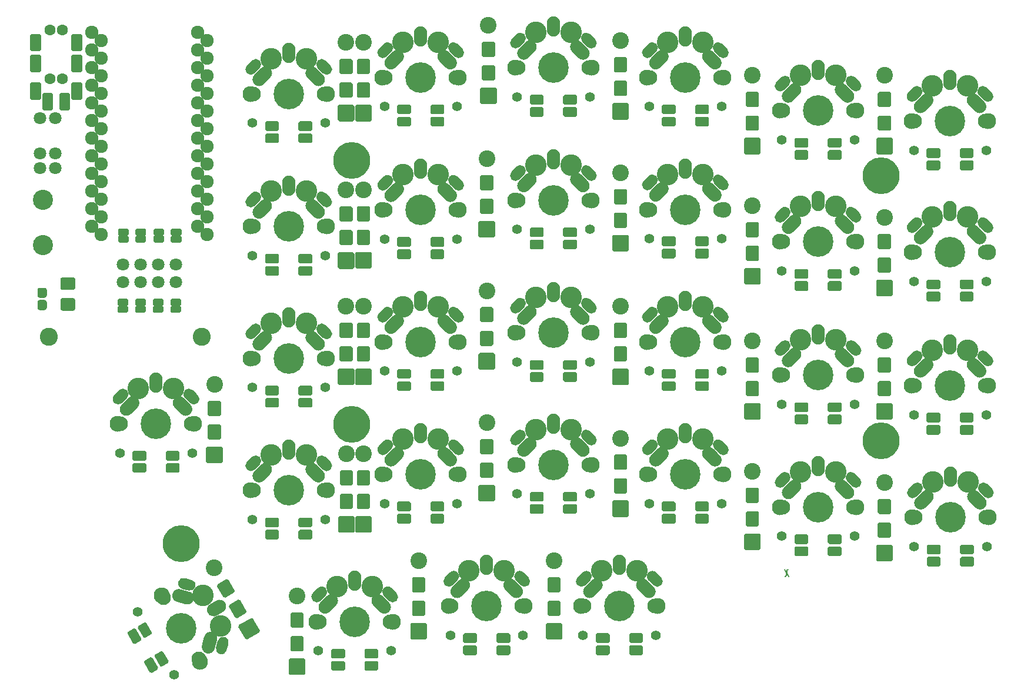
<source format=gbs>
G04 #@! TF.GenerationSoftware,KiCad,Pcbnew,(5.1.10)-1*
G04 #@! TF.CreationDate,2021-11-18T00:25:13+09:00*
G04 #@! TF.ProjectId,Lily58,4c696c79-3538-42e6-9b69-6361645f7063,rev?*
G04 #@! TF.SameCoordinates,PX4f27ac0PY2349340*
G04 #@! TF.FileFunction,Soldermask,Bot*
G04 #@! TF.FilePolarity,Negative*
%FSLAX46Y46*%
G04 Gerber Fmt 4.6, Leading zero omitted, Abs format (unit mm)*
G04 Created by KiCad (PCBNEW (5.1.10)-1) date 2021-11-18 00:25:13*
%MOMM*%
%LPD*%
G01*
G04 APERTURE LIST*
%ADD10C,0.150000*%
%ADD11C,1.924000*%
%ADD12C,1.400000*%
%ADD13O,1.900000X2.900000*%
%ADD14C,2.300000*%
%ADD15C,4.400000*%
%ADD16C,2.100000*%
%ADD17C,3.100000*%
%ADD18C,1.797000*%
%ADD19C,2.398980*%
%ADD20C,1.600000*%
%ADD21C,5.300000*%
%ADD22C,2.900000*%
%ADD23C,2.600000*%
G04 APERTURE END LIST*
D10*
X108862946Y-81485714D02*
X109511755Y-82485714D01*
X109386755Y-81485714D02*
X109297470Y-81533333D01*
X109261755Y-81628571D01*
X109112946Y-82342857D01*
X109077232Y-82438095D01*
X108987946Y-82485714D01*
D11*
X10478815Y-10405745D03*
X25718815Y-28185745D03*
X10478815Y-20565745D03*
X25718815Y-18025745D03*
X25718815Y-12945745D03*
X10478815Y-30725745D03*
X25718815Y-10405745D03*
X25718815Y-5325745D03*
X10478815Y-25645745D03*
X25718815Y-33265745D03*
X10478815Y-18025745D03*
X10478815Y-7865745D03*
X10478815Y-12945745D03*
X10478815Y-15485745D03*
X10478815Y-28185745D03*
X10478815Y-23105745D03*
X25718815Y-25645745D03*
X25718815Y-23105745D03*
X10478815Y-33265745D03*
X25718815Y-30725745D03*
X25718815Y-7865745D03*
X10478815Y-5325745D03*
X25718815Y-20565745D03*
X25718815Y-15485745D03*
X9180000Y-4130000D03*
X9180000Y-6670000D03*
X9180000Y-9210000D03*
X9180000Y-11750000D03*
X9180000Y-14290000D03*
X9180000Y-16830000D03*
X9180000Y-19370000D03*
X9180000Y-21910000D03*
X9180000Y-24450000D03*
X9180000Y-26990000D03*
X9180000Y-29530000D03*
X9180000Y-32070000D03*
X24420000Y-32070000D03*
X24420000Y-29530000D03*
X24420000Y-26990000D03*
X24420000Y-24450000D03*
X24420000Y-21910000D03*
X24420000Y-19370000D03*
X24420000Y-16830000D03*
X24420000Y-14290000D03*
X24420000Y-11750000D03*
X24420000Y-9210000D03*
X24420000Y-6670000D03*
X24420000Y-4130000D03*
D12*
X71220000Y-90950000D03*
D13*
X66000000Y-80850000D03*
G36*
G01*
X70180762Y-81930762D02*
X70180762Y-81930762D01*
G75*
G02*
X71312132Y-81930762I565685J-565685D01*
G01*
X72019238Y-82637868D01*
G75*
G02*
X72019238Y-83769238I-565685J-565685D01*
G01*
X72019238Y-83769238D01*
G75*
G02*
X70887868Y-83769238I-565685J565685D01*
G01*
X70180762Y-83062132D01*
G75*
G02*
X70180762Y-81930762I565685J565685D01*
G01*
G37*
G36*
G01*
X59980762Y-83769238D02*
X59980762Y-83769238D01*
G75*
G02*
X59980762Y-82637868I565685J565685D01*
G01*
X60687868Y-81930762D01*
G75*
G02*
X61819238Y-81930762I565685J-565685D01*
G01*
X61819238Y-81930762D01*
G75*
G02*
X61819238Y-83062132I-565685J-565685D01*
G01*
X61112132Y-83769238D01*
G75*
G02*
X59980762Y-83769238I-565685J565685D01*
G01*
G37*
D14*
X71500000Y-86750000D03*
X60500000Y-86750000D03*
G36*
G01*
X61058630Y-85341370D02*
X61058630Y-85341370D01*
G75*
G02*
X61058630Y-83997868I671751J671751D01*
G01*
X61977868Y-83078630D01*
G75*
G02*
X63321370Y-83078630I671751J-671751D01*
G01*
X63321370Y-83078630D01*
G75*
G02*
X63321370Y-84422132I-671751J-671751D01*
G01*
X62402132Y-85341370D01*
G75*
G02*
X61058630Y-85341370I-671751J671751D01*
G01*
G37*
D15*
X66000000Y-86750000D03*
D16*
X60920000Y-86750000D03*
X71080000Y-86750000D03*
G36*
G01*
X68678630Y-83078630D02*
X68678630Y-83078630D01*
G75*
G02*
X70022132Y-83078630I671751J-671751D01*
G01*
X70941370Y-83997868D01*
G75*
G02*
X70941370Y-85341370I-671751J-671751D01*
G01*
X70941370Y-85341370D01*
G75*
G02*
X69597868Y-85341370I-671751J671751D01*
G01*
X68678630Y-84422132D01*
G75*
G02*
X68678630Y-83078630I671751J671751D01*
G01*
G37*
D17*
X63460000Y-81670000D03*
X68540000Y-81670000D03*
D12*
X60780000Y-90950000D03*
X118920000Y-38500000D03*
D13*
X113700000Y-28400000D03*
G36*
G01*
X117880762Y-29480762D02*
X117880762Y-29480762D01*
G75*
G02*
X119012132Y-29480762I565685J-565685D01*
G01*
X119719238Y-30187868D01*
G75*
G02*
X119719238Y-31319238I-565685J-565685D01*
G01*
X119719238Y-31319238D01*
G75*
G02*
X118587868Y-31319238I-565685J565685D01*
G01*
X117880762Y-30612132D01*
G75*
G02*
X117880762Y-29480762I565685J565685D01*
G01*
G37*
G36*
G01*
X107680762Y-31319238D02*
X107680762Y-31319238D01*
G75*
G02*
X107680762Y-30187868I565685J565685D01*
G01*
X108387868Y-29480762D01*
G75*
G02*
X109519238Y-29480762I565685J-565685D01*
G01*
X109519238Y-29480762D01*
G75*
G02*
X109519238Y-30612132I-565685J-565685D01*
G01*
X108812132Y-31319238D01*
G75*
G02*
X107680762Y-31319238I-565685J565685D01*
G01*
G37*
D14*
X119200000Y-34300000D03*
X108200000Y-34300000D03*
G36*
G01*
X108758630Y-32891370D02*
X108758630Y-32891370D01*
G75*
G02*
X108758630Y-31547868I671751J671751D01*
G01*
X109677868Y-30628630D01*
G75*
G02*
X111021370Y-30628630I671751J-671751D01*
G01*
X111021370Y-30628630D01*
G75*
G02*
X111021370Y-31972132I-671751J-671751D01*
G01*
X110102132Y-32891370D01*
G75*
G02*
X108758630Y-32891370I-671751J671751D01*
G01*
G37*
D15*
X113700000Y-34300000D03*
D16*
X108620000Y-34300000D03*
X118780000Y-34300000D03*
G36*
G01*
X116378630Y-30628630D02*
X116378630Y-30628630D01*
G75*
G02*
X117722132Y-30628630I671751J-671751D01*
G01*
X118641370Y-31547868D01*
G75*
G02*
X118641370Y-32891370I-671751J-671751D01*
G01*
X118641370Y-32891370D01*
G75*
G02*
X117297868Y-32891370I-671751J671751D01*
G01*
X116378630Y-31972132D01*
G75*
G02*
X116378630Y-30628630I671751J671751D01*
G01*
G37*
D17*
X111160000Y-29220000D03*
X116240000Y-29220000D03*
D12*
X108480000Y-38500000D03*
G36*
G01*
X13058500Y-43493260D02*
X14201500Y-43493260D01*
G75*
G02*
X14401500Y-43693260I0J-200000D01*
G01*
X14401500Y-44328260D01*
G75*
G02*
X14201500Y-44528260I-200000J0D01*
G01*
X13058500Y-44528260D01*
G75*
G02*
X12858500Y-44328260I0J200000D01*
G01*
X12858500Y-43693260D01*
G75*
G02*
X13058500Y-43493260I200000J0D01*
G01*
G37*
G36*
G01*
X13058500Y-42492500D02*
X14201500Y-42492500D01*
G75*
G02*
X14401500Y-42692500I0J-200000D01*
G01*
X14401500Y-43327500D01*
G75*
G02*
X14201500Y-43527500I-200000J0D01*
G01*
X13058500Y-43527500D01*
G75*
G02*
X12858500Y-43327500I0J200000D01*
G01*
X12858500Y-42692500D01*
G75*
G02*
X13058500Y-42492500I200000J0D01*
G01*
G37*
G36*
G01*
X15598500Y-43493260D02*
X16741500Y-43493260D01*
G75*
G02*
X16941500Y-43693260I0J-200000D01*
G01*
X16941500Y-44328260D01*
G75*
G02*
X16741500Y-44528260I-200000J0D01*
G01*
X15598500Y-44528260D01*
G75*
G02*
X15398500Y-44328260I0J200000D01*
G01*
X15398500Y-43693260D01*
G75*
G02*
X15598500Y-43493260I200000J0D01*
G01*
G37*
G36*
G01*
X15598500Y-42492500D02*
X16741500Y-42492500D01*
G75*
G02*
X16941500Y-42692500I0J-200000D01*
G01*
X16941500Y-43327500D01*
G75*
G02*
X16741500Y-43527500I-200000J0D01*
G01*
X15598500Y-43527500D01*
G75*
G02*
X15398500Y-43327500I0J200000D01*
G01*
X15398500Y-42692500D01*
G75*
G02*
X15598500Y-42492500I200000J0D01*
G01*
G37*
G36*
G01*
X18138500Y-43493260D02*
X19281500Y-43493260D01*
G75*
G02*
X19481500Y-43693260I0J-200000D01*
G01*
X19481500Y-44328260D01*
G75*
G02*
X19281500Y-44528260I-200000J0D01*
G01*
X18138500Y-44528260D01*
G75*
G02*
X17938500Y-44328260I0J200000D01*
G01*
X17938500Y-43693260D01*
G75*
G02*
X18138500Y-43493260I200000J0D01*
G01*
G37*
G36*
G01*
X18138500Y-42492500D02*
X19281500Y-42492500D01*
G75*
G02*
X19481500Y-42692500I0J-200000D01*
G01*
X19481500Y-43327500D01*
G75*
G02*
X19281500Y-43527500I-200000J0D01*
G01*
X18138500Y-43527500D01*
G75*
G02*
X17938500Y-43327500I0J200000D01*
G01*
X17938500Y-42692500D01*
G75*
G02*
X18138500Y-42492500I200000J0D01*
G01*
G37*
G36*
G01*
X20678500Y-43493260D02*
X21821500Y-43493260D01*
G75*
G02*
X22021500Y-43693260I0J-200000D01*
G01*
X22021500Y-44328260D01*
G75*
G02*
X21821500Y-44528260I-200000J0D01*
G01*
X20678500Y-44528260D01*
G75*
G02*
X20478500Y-44328260I0J200000D01*
G01*
X20478500Y-43693260D01*
G75*
G02*
X20678500Y-43493260I200000J0D01*
G01*
G37*
G36*
G01*
X20678500Y-42492500D02*
X21821500Y-42492500D01*
G75*
G02*
X22021500Y-42692500I0J-200000D01*
G01*
X22021500Y-43327500D01*
G75*
G02*
X21821500Y-43527500I-200000J0D01*
G01*
X20678500Y-43527500D01*
G75*
G02*
X20478500Y-43327500I0J200000D01*
G01*
X20478500Y-42692500D01*
G75*
G02*
X20678500Y-42492500I200000J0D01*
G01*
G37*
D18*
X21250000Y-40140000D03*
X18710000Y-40140000D03*
X16170000Y-40140000D03*
X13630000Y-40140000D03*
X21250000Y-37600000D03*
X18710000Y-37600000D03*
X16170000Y-37600000D03*
X13630000Y-37600000D03*
D12*
X42720000Y-55300000D03*
D13*
X37500000Y-45200000D03*
G36*
G01*
X41680762Y-46280762D02*
X41680762Y-46280762D01*
G75*
G02*
X42812132Y-46280762I565685J-565685D01*
G01*
X43519238Y-46987868D01*
G75*
G02*
X43519238Y-48119238I-565685J-565685D01*
G01*
X43519238Y-48119238D01*
G75*
G02*
X42387868Y-48119238I-565685J565685D01*
G01*
X41680762Y-47412132D01*
G75*
G02*
X41680762Y-46280762I565685J565685D01*
G01*
G37*
G36*
G01*
X31480762Y-48119238D02*
X31480762Y-48119238D01*
G75*
G02*
X31480762Y-46987868I565685J565685D01*
G01*
X32187868Y-46280762D01*
G75*
G02*
X33319238Y-46280762I565685J-565685D01*
G01*
X33319238Y-46280762D01*
G75*
G02*
X33319238Y-47412132I-565685J-565685D01*
G01*
X32612132Y-48119238D01*
G75*
G02*
X31480762Y-48119238I-565685J565685D01*
G01*
G37*
D14*
X43000000Y-51100000D03*
X32000000Y-51100000D03*
G36*
G01*
X32558630Y-49691370D02*
X32558630Y-49691370D01*
G75*
G02*
X32558630Y-48347868I671751J671751D01*
G01*
X33477868Y-47428630D01*
G75*
G02*
X34821370Y-47428630I671751J-671751D01*
G01*
X34821370Y-47428630D01*
G75*
G02*
X34821370Y-48772132I-671751J-671751D01*
G01*
X33902132Y-49691370D01*
G75*
G02*
X32558630Y-49691370I-671751J671751D01*
G01*
G37*
D15*
X37500000Y-51100000D03*
D16*
X32420000Y-51100000D03*
X42580000Y-51100000D03*
G36*
G01*
X40178630Y-47428630D02*
X40178630Y-47428630D01*
G75*
G02*
X41522132Y-47428630I671751J-671751D01*
G01*
X42441370Y-48347868D01*
G75*
G02*
X42441370Y-49691370I-671751J-671751D01*
G01*
X42441370Y-49691370D01*
G75*
G02*
X41097868Y-49691370I-671751J671751D01*
G01*
X40178630Y-48772132D01*
G75*
G02*
X40178630Y-47428630I671751J671751D01*
G01*
G37*
D17*
X34960000Y-46020000D03*
X40040000Y-46020000D03*
D12*
X32280000Y-55300000D03*
X61720000Y-33900000D03*
D13*
X56500000Y-23800000D03*
G36*
G01*
X60680762Y-24880762D02*
X60680762Y-24880762D01*
G75*
G02*
X61812132Y-24880762I565685J-565685D01*
G01*
X62519238Y-25587868D01*
G75*
G02*
X62519238Y-26719238I-565685J-565685D01*
G01*
X62519238Y-26719238D01*
G75*
G02*
X61387868Y-26719238I-565685J565685D01*
G01*
X60680762Y-26012132D01*
G75*
G02*
X60680762Y-24880762I565685J565685D01*
G01*
G37*
G36*
G01*
X50480762Y-26719238D02*
X50480762Y-26719238D01*
G75*
G02*
X50480762Y-25587868I565685J565685D01*
G01*
X51187868Y-24880762D01*
G75*
G02*
X52319238Y-24880762I565685J-565685D01*
G01*
X52319238Y-24880762D01*
G75*
G02*
X52319238Y-26012132I-565685J-565685D01*
G01*
X51612132Y-26719238D01*
G75*
G02*
X50480762Y-26719238I-565685J565685D01*
G01*
G37*
D14*
X62000000Y-29700000D03*
X51000000Y-29700000D03*
G36*
G01*
X51558630Y-28291370D02*
X51558630Y-28291370D01*
G75*
G02*
X51558630Y-26947868I671751J671751D01*
G01*
X52477868Y-26028630D01*
G75*
G02*
X53821370Y-26028630I671751J-671751D01*
G01*
X53821370Y-26028630D01*
G75*
G02*
X53821370Y-27372132I-671751J-671751D01*
G01*
X52902132Y-28291370D01*
G75*
G02*
X51558630Y-28291370I-671751J671751D01*
G01*
G37*
D15*
X56500000Y-29700000D03*
D16*
X51420000Y-29700000D03*
X61580000Y-29700000D03*
G36*
G01*
X59178630Y-26028630D02*
X59178630Y-26028630D01*
G75*
G02*
X60522132Y-26028630I671751J-671751D01*
G01*
X61441370Y-26947868D01*
G75*
G02*
X61441370Y-28291370I-671751J-671751D01*
G01*
X61441370Y-28291370D01*
G75*
G02*
X60097868Y-28291370I-671751J671751D01*
G01*
X59178630Y-27372132D01*
G75*
G02*
X59178630Y-26028630I671751J671751D01*
G01*
G37*
D17*
X53960000Y-24620000D03*
X59040000Y-24620000D03*
D12*
X51280000Y-33900000D03*
X108480000Y-76700000D03*
D17*
X116240000Y-67420000D03*
X111160000Y-67420000D03*
G36*
G01*
X116378630Y-68828630D02*
X116378630Y-68828630D01*
G75*
G02*
X117722132Y-68828630I671751J-671751D01*
G01*
X118641370Y-69747868D01*
G75*
G02*
X118641370Y-71091370I-671751J-671751D01*
G01*
X118641370Y-71091370D01*
G75*
G02*
X117297868Y-71091370I-671751J671751D01*
G01*
X116378630Y-70172132D01*
G75*
G02*
X116378630Y-68828630I671751J671751D01*
G01*
G37*
D16*
X118780000Y-72500000D03*
X108620000Y-72500000D03*
D15*
X113700000Y-72500000D03*
G36*
G01*
X108758630Y-71091370D02*
X108758630Y-71091370D01*
G75*
G02*
X108758630Y-69747868I671751J671751D01*
G01*
X109677868Y-68828630D01*
G75*
G02*
X111021370Y-68828630I671751J-671751D01*
G01*
X111021370Y-68828630D01*
G75*
G02*
X111021370Y-70172132I-671751J-671751D01*
G01*
X110102132Y-71091370D01*
G75*
G02*
X108758630Y-71091370I-671751J671751D01*
G01*
G37*
D14*
X108200000Y-72500000D03*
X119200000Y-72500000D03*
G36*
G01*
X107680762Y-69519238D02*
X107680762Y-69519238D01*
G75*
G02*
X107680762Y-68387868I565685J565685D01*
G01*
X108387868Y-67680762D01*
G75*
G02*
X109519238Y-67680762I565685J-565685D01*
G01*
X109519238Y-67680762D01*
G75*
G02*
X109519238Y-68812132I-565685J-565685D01*
G01*
X108812132Y-69519238D01*
G75*
G02*
X107680762Y-69519238I-565685J565685D01*
G01*
G37*
G36*
G01*
X117880762Y-67680762D02*
X117880762Y-67680762D01*
G75*
G02*
X119012132Y-67680762I565685J-565685D01*
G01*
X119719238Y-68387868D01*
G75*
G02*
X119719238Y-69519238I-565685J-565685D01*
G01*
X119719238Y-69519238D01*
G75*
G02*
X118587868Y-69519238I-565685J565685D01*
G01*
X117880762Y-68812132D01*
G75*
G02*
X117880762Y-67680762I565685J565685D01*
G01*
G37*
D13*
X113700000Y-66600000D03*
D12*
X118920000Y-76700000D03*
X89380000Y-33850000D03*
D17*
X97140000Y-24570000D03*
X92060000Y-24570000D03*
G36*
G01*
X97278630Y-25978630D02*
X97278630Y-25978630D01*
G75*
G02*
X98622132Y-25978630I671751J-671751D01*
G01*
X99541370Y-26897868D01*
G75*
G02*
X99541370Y-28241370I-671751J-671751D01*
G01*
X99541370Y-28241370D01*
G75*
G02*
X98197868Y-28241370I-671751J671751D01*
G01*
X97278630Y-27322132D01*
G75*
G02*
X97278630Y-25978630I671751J671751D01*
G01*
G37*
D16*
X99680000Y-29650000D03*
X89520000Y-29650000D03*
D15*
X94600000Y-29650000D03*
G36*
G01*
X89658630Y-28241370D02*
X89658630Y-28241370D01*
G75*
G02*
X89658630Y-26897868I671751J671751D01*
G01*
X90577868Y-25978630D01*
G75*
G02*
X91921370Y-25978630I671751J-671751D01*
G01*
X91921370Y-25978630D01*
G75*
G02*
X91921370Y-27322132I-671751J-671751D01*
G01*
X91002132Y-28241370D01*
G75*
G02*
X89658630Y-28241370I-671751J671751D01*
G01*
G37*
D14*
X89100000Y-29650000D03*
X100100000Y-29650000D03*
G36*
G01*
X88580762Y-26669238D02*
X88580762Y-26669238D01*
G75*
G02*
X88580762Y-25537868I565685J565685D01*
G01*
X89287868Y-24830762D01*
G75*
G02*
X90419238Y-24830762I565685J-565685D01*
G01*
X90419238Y-24830762D01*
G75*
G02*
X90419238Y-25962132I-565685J-565685D01*
G01*
X89712132Y-26669238D01*
G75*
G02*
X88580762Y-26669238I-565685J565685D01*
G01*
G37*
G36*
G01*
X98780762Y-24830762D02*
X98780762Y-24830762D01*
G75*
G02*
X99912132Y-24830762I565685J-565685D01*
G01*
X100619238Y-25537868D01*
G75*
G02*
X100619238Y-26669238I-565685J-565685D01*
G01*
X100619238Y-26669238D01*
G75*
G02*
X99487868Y-26669238I-565685J565685D01*
G01*
X98780762Y-25962132D01*
G75*
G02*
X98780762Y-24830762I565685J565685D01*
G01*
G37*
D13*
X94600000Y-23750000D03*
D12*
X99820000Y-33850000D03*
G36*
G01*
X59900000Y-14725000D02*
X59900000Y-15725000D01*
G75*
G02*
X59700000Y-15925000I-200000J0D01*
G01*
X58100000Y-15925000D01*
G75*
G02*
X57900000Y-15725000I0J200000D01*
G01*
X57900000Y-14725000D01*
G75*
G02*
X58100000Y-14525000I200000J0D01*
G01*
X59700000Y-14525000D01*
G75*
G02*
X59900000Y-14725000I0J-200000D01*
G01*
G37*
G36*
G01*
X59900000Y-16475000D02*
X59900000Y-17475000D01*
G75*
G02*
X59700000Y-17675000I-200000J0D01*
G01*
X58100000Y-17675000D01*
G75*
G02*
X57900000Y-17475000I0J200000D01*
G01*
X57900000Y-16475000D01*
G75*
G02*
X58100000Y-16275000I200000J0D01*
G01*
X59700000Y-16275000D01*
G75*
G02*
X59900000Y-16475000I0J-200000D01*
G01*
G37*
G36*
G01*
X55100000Y-16475000D02*
X55100000Y-17475000D01*
G75*
G02*
X54900000Y-17675000I-200000J0D01*
G01*
X53300000Y-17675000D01*
G75*
G02*
X53100000Y-17475000I0J200000D01*
G01*
X53100000Y-16475000D01*
G75*
G02*
X53300000Y-16275000I200000J0D01*
G01*
X54900000Y-16275000D01*
G75*
G02*
X55100000Y-16475000I0J-200000D01*
G01*
G37*
G36*
G01*
X55100000Y-14725000D02*
X55100000Y-15725000D01*
G75*
G02*
X54900000Y-15925000I-200000J0D01*
G01*
X53300000Y-15925000D01*
G75*
G02*
X53100000Y-15725000I0J200000D01*
G01*
X53100000Y-14725000D01*
G75*
G02*
X53300000Y-14525000I200000J0D01*
G01*
X54900000Y-14525000D01*
G75*
G02*
X55100000Y-14725000I0J-200000D01*
G01*
G37*
G36*
G01*
X40900000Y-17125000D02*
X40900000Y-18125000D01*
G75*
G02*
X40700000Y-18325000I-200000J0D01*
G01*
X39100000Y-18325000D01*
G75*
G02*
X38900000Y-18125000I0J200000D01*
G01*
X38900000Y-17125000D01*
G75*
G02*
X39100000Y-16925000I200000J0D01*
G01*
X40700000Y-16925000D01*
G75*
G02*
X40900000Y-17125000I0J-200000D01*
G01*
G37*
G36*
G01*
X40900000Y-18875000D02*
X40900000Y-19875000D01*
G75*
G02*
X40700000Y-20075000I-200000J0D01*
G01*
X39100000Y-20075000D01*
G75*
G02*
X38900000Y-19875000I0J200000D01*
G01*
X38900000Y-18875000D01*
G75*
G02*
X39100000Y-18675000I200000J0D01*
G01*
X40700000Y-18675000D01*
G75*
G02*
X40900000Y-18875000I0J-200000D01*
G01*
G37*
G36*
G01*
X36100000Y-18875000D02*
X36100000Y-19875000D01*
G75*
G02*
X35900000Y-20075000I-200000J0D01*
G01*
X34300000Y-20075000D01*
G75*
G02*
X34100000Y-19875000I0J200000D01*
G01*
X34100000Y-18875000D01*
G75*
G02*
X34300000Y-18675000I200000J0D01*
G01*
X35900000Y-18675000D01*
G75*
G02*
X36100000Y-18875000I0J-200000D01*
G01*
G37*
G36*
G01*
X36100000Y-17125000D02*
X36100000Y-18125000D01*
G75*
G02*
X35900000Y-18325000I-200000J0D01*
G01*
X34300000Y-18325000D01*
G75*
G02*
X34100000Y-18125000I0J200000D01*
G01*
X34100000Y-17125000D01*
G75*
G02*
X34300000Y-16925000I200000J0D01*
G01*
X35900000Y-16925000D01*
G75*
G02*
X36100000Y-17125000I0J-200000D01*
G01*
G37*
G36*
G01*
X20127644Y-95006986D02*
X19261618Y-95506986D01*
G75*
G02*
X18988413Y-95433781I-100000J173205D01*
G01*
X18188413Y-94048141D01*
G75*
G02*
X18261618Y-93774936I173205J100000D01*
G01*
X19127644Y-93274936D01*
G75*
G02*
X19400849Y-93348141I100000J-173205D01*
G01*
X20200849Y-94733781D01*
G75*
G02*
X20127644Y-95006986I-173205J-100000D01*
G01*
G37*
G36*
G01*
X18612100Y-95881986D02*
X17746074Y-96381986D01*
G75*
G02*
X17472869Y-96308781I-100000J173205D01*
G01*
X16672869Y-94923141D01*
G75*
G02*
X16746074Y-94649936I173205J100000D01*
G01*
X17612100Y-94149936D01*
G75*
G02*
X17885305Y-94223141I100000J-173205D01*
G01*
X18685305Y-95608781D01*
G75*
G02*
X18612100Y-95881986I-173205J-100000D01*
G01*
G37*
G36*
G01*
X16212100Y-91725064D02*
X15346074Y-92225064D01*
G75*
G02*
X15072869Y-92151859I-100000J173205D01*
G01*
X14272869Y-90766219D01*
G75*
G02*
X14346074Y-90493014I173205J100000D01*
G01*
X15212100Y-89993014D01*
G75*
G02*
X15485305Y-90066219I100000J-173205D01*
G01*
X16285305Y-91451859D01*
G75*
G02*
X16212100Y-91725064I-173205J-100000D01*
G01*
G37*
G36*
G01*
X17727644Y-90850064D02*
X16861618Y-91350064D01*
G75*
G02*
X16588413Y-91276859I-100000J173205D01*
G01*
X15788413Y-89891219D01*
G75*
G02*
X15861618Y-89618014I173205J100000D01*
G01*
X16727644Y-89118014D01*
G75*
G02*
X17000849Y-89191219I100000J-173205D01*
G01*
X17800849Y-90576859D01*
G75*
G02*
X17727644Y-90850064I-173205J-100000D01*
G01*
G37*
G36*
G01*
X88500000Y-90875000D02*
X88500000Y-91875000D01*
G75*
G02*
X88300000Y-92075000I-200000J0D01*
G01*
X86700000Y-92075000D01*
G75*
G02*
X86500000Y-91875000I0J200000D01*
G01*
X86500000Y-90875000D01*
G75*
G02*
X86700000Y-90675000I200000J0D01*
G01*
X88300000Y-90675000D01*
G75*
G02*
X88500000Y-90875000I0J-200000D01*
G01*
G37*
G36*
G01*
X88500000Y-92625000D02*
X88500000Y-93625000D01*
G75*
G02*
X88300000Y-93825000I-200000J0D01*
G01*
X86700000Y-93825000D01*
G75*
G02*
X86500000Y-93625000I0J200000D01*
G01*
X86500000Y-92625000D01*
G75*
G02*
X86700000Y-92425000I200000J0D01*
G01*
X88300000Y-92425000D01*
G75*
G02*
X88500000Y-92625000I0J-200000D01*
G01*
G37*
G36*
G01*
X83700000Y-92625000D02*
X83700000Y-93625000D01*
G75*
G02*
X83500000Y-93825000I-200000J0D01*
G01*
X81900000Y-93825000D01*
G75*
G02*
X81700000Y-93625000I0J200000D01*
G01*
X81700000Y-92625000D01*
G75*
G02*
X81900000Y-92425000I200000J0D01*
G01*
X83500000Y-92425000D01*
G75*
G02*
X83700000Y-92625000I0J-200000D01*
G01*
G37*
G36*
G01*
X83700000Y-90875000D02*
X83700000Y-91875000D01*
G75*
G02*
X83500000Y-92075000I-200000J0D01*
G01*
X81900000Y-92075000D01*
G75*
G02*
X81700000Y-91875000I0J200000D01*
G01*
X81700000Y-90875000D01*
G75*
G02*
X81900000Y-90675000I200000J0D01*
G01*
X83500000Y-90675000D01*
G75*
G02*
X83700000Y-90875000I0J-200000D01*
G01*
G37*
G36*
G01*
X79000000Y-13335000D02*
X79000000Y-14335000D01*
G75*
G02*
X78800000Y-14535000I-200000J0D01*
G01*
X77200000Y-14535000D01*
G75*
G02*
X77000000Y-14335000I0J200000D01*
G01*
X77000000Y-13335000D01*
G75*
G02*
X77200000Y-13135000I200000J0D01*
G01*
X78800000Y-13135000D01*
G75*
G02*
X79000000Y-13335000I0J-200000D01*
G01*
G37*
G36*
G01*
X79000000Y-15085000D02*
X79000000Y-16085000D01*
G75*
G02*
X78800000Y-16285000I-200000J0D01*
G01*
X77200000Y-16285000D01*
G75*
G02*
X77000000Y-16085000I0J200000D01*
G01*
X77000000Y-15085000D01*
G75*
G02*
X77200000Y-14885000I200000J0D01*
G01*
X78800000Y-14885000D01*
G75*
G02*
X79000000Y-15085000I0J-200000D01*
G01*
G37*
G36*
G01*
X74200000Y-15085000D02*
X74200000Y-16085000D01*
G75*
G02*
X74000000Y-16285000I-200000J0D01*
G01*
X72400000Y-16285000D01*
G75*
G02*
X72200000Y-16085000I0J200000D01*
G01*
X72200000Y-15085000D01*
G75*
G02*
X72400000Y-14885000I200000J0D01*
G01*
X74000000Y-14885000D01*
G75*
G02*
X74200000Y-15085000I0J-200000D01*
G01*
G37*
G36*
G01*
X74200000Y-13335000D02*
X74200000Y-14335000D01*
G75*
G02*
X74000000Y-14535000I-200000J0D01*
G01*
X72400000Y-14535000D01*
G75*
G02*
X72200000Y-14335000I0J200000D01*
G01*
X72200000Y-13335000D01*
G75*
G02*
X72400000Y-13135000I200000J0D01*
G01*
X74000000Y-13135000D01*
G75*
G02*
X74200000Y-13335000I0J-200000D01*
G01*
G37*
G36*
G01*
X98000000Y-14725000D02*
X98000000Y-15725000D01*
G75*
G02*
X97800000Y-15925000I-200000J0D01*
G01*
X96200000Y-15925000D01*
G75*
G02*
X96000000Y-15725000I0J200000D01*
G01*
X96000000Y-14725000D01*
G75*
G02*
X96200000Y-14525000I200000J0D01*
G01*
X97800000Y-14525000D01*
G75*
G02*
X98000000Y-14725000I0J-200000D01*
G01*
G37*
G36*
G01*
X98000000Y-16475000D02*
X98000000Y-17475000D01*
G75*
G02*
X97800000Y-17675000I-200000J0D01*
G01*
X96200000Y-17675000D01*
G75*
G02*
X96000000Y-17475000I0J200000D01*
G01*
X96000000Y-16475000D01*
G75*
G02*
X96200000Y-16275000I200000J0D01*
G01*
X97800000Y-16275000D01*
G75*
G02*
X98000000Y-16475000I0J-200000D01*
G01*
G37*
G36*
G01*
X93200000Y-16475000D02*
X93200000Y-17475000D01*
G75*
G02*
X93000000Y-17675000I-200000J0D01*
G01*
X91400000Y-17675000D01*
G75*
G02*
X91200000Y-17475000I0J200000D01*
G01*
X91200000Y-16475000D01*
G75*
G02*
X91400000Y-16275000I200000J0D01*
G01*
X93000000Y-16275000D01*
G75*
G02*
X93200000Y-16475000I0J-200000D01*
G01*
G37*
G36*
G01*
X93200000Y-14725000D02*
X93200000Y-15725000D01*
G75*
G02*
X93000000Y-15925000I-200000J0D01*
G01*
X91400000Y-15925000D01*
G75*
G02*
X91200000Y-15725000I0J200000D01*
G01*
X91200000Y-14725000D01*
G75*
G02*
X91400000Y-14525000I200000J0D01*
G01*
X93000000Y-14525000D01*
G75*
G02*
X93200000Y-14725000I0J-200000D01*
G01*
G37*
G36*
G01*
X117100000Y-19525000D02*
X117100000Y-20525000D01*
G75*
G02*
X116900000Y-20725000I-200000J0D01*
G01*
X115300000Y-20725000D01*
G75*
G02*
X115100000Y-20525000I0J200000D01*
G01*
X115100000Y-19525000D01*
G75*
G02*
X115300000Y-19325000I200000J0D01*
G01*
X116900000Y-19325000D01*
G75*
G02*
X117100000Y-19525000I0J-200000D01*
G01*
G37*
G36*
G01*
X117100000Y-21275000D02*
X117100000Y-22275000D01*
G75*
G02*
X116900000Y-22475000I-200000J0D01*
G01*
X115300000Y-22475000D01*
G75*
G02*
X115100000Y-22275000I0J200000D01*
G01*
X115100000Y-21275000D01*
G75*
G02*
X115300000Y-21075000I200000J0D01*
G01*
X116900000Y-21075000D01*
G75*
G02*
X117100000Y-21275000I0J-200000D01*
G01*
G37*
G36*
G01*
X112300000Y-21275000D02*
X112300000Y-22275000D01*
G75*
G02*
X112100000Y-22475000I-200000J0D01*
G01*
X110500000Y-22475000D01*
G75*
G02*
X110300000Y-22275000I0J200000D01*
G01*
X110300000Y-21275000D01*
G75*
G02*
X110500000Y-21075000I200000J0D01*
G01*
X112100000Y-21075000D01*
G75*
G02*
X112300000Y-21275000I0J-200000D01*
G01*
G37*
G36*
G01*
X112300000Y-19525000D02*
X112300000Y-20525000D01*
G75*
G02*
X112100000Y-20725000I-200000J0D01*
G01*
X110500000Y-20725000D01*
G75*
G02*
X110300000Y-20525000I0J200000D01*
G01*
X110300000Y-19525000D01*
G75*
G02*
X110500000Y-19325000I200000J0D01*
G01*
X112100000Y-19325000D01*
G75*
G02*
X112300000Y-19525000I0J-200000D01*
G01*
G37*
G36*
G01*
X136100000Y-21025000D02*
X136100000Y-22025000D01*
G75*
G02*
X135900000Y-22225000I-200000J0D01*
G01*
X134300000Y-22225000D01*
G75*
G02*
X134100000Y-22025000I0J200000D01*
G01*
X134100000Y-21025000D01*
G75*
G02*
X134300000Y-20825000I200000J0D01*
G01*
X135900000Y-20825000D01*
G75*
G02*
X136100000Y-21025000I0J-200000D01*
G01*
G37*
G36*
G01*
X136100000Y-22775000D02*
X136100000Y-23775000D01*
G75*
G02*
X135900000Y-23975000I-200000J0D01*
G01*
X134300000Y-23975000D01*
G75*
G02*
X134100000Y-23775000I0J200000D01*
G01*
X134100000Y-22775000D01*
G75*
G02*
X134300000Y-22575000I200000J0D01*
G01*
X135900000Y-22575000D01*
G75*
G02*
X136100000Y-22775000I0J-200000D01*
G01*
G37*
G36*
G01*
X131300000Y-22775000D02*
X131300000Y-23775000D01*
G75*
G02*
X131100000Y-23975000I-200000J0D01*
G01*
X129500000Y-23975000D01*
G75*
G02*
X129300000Y-23775000I0J200000D01*
G01*
X129300000Y-22775000D01*
G75*
G02*
X129500000Y-22575000I200000J0D01*
G01*
X131100000Y-22575000D01*
G75*
G02*
X131300000Y-22775000I0J-200000D01*
G01*
G37*
G36*
G01*
X131300000Y-21025000D02*
X131300000Y-22025000D01*
G75*
G02*
X131100000Y-22225000I-200000J0D01*
G01*
X129500000Y-22225000D01*
G75*
G02*
X129300000Y-22025000I0J200000D01*
G01*
X129300000Y-21025000D01*
G75*
G02*
X129500000Y-20825000I200000J0D01*
G01*
X131100000Y-20825000D01*
G75*
G02*
X131300000Y-21025000I0J-200000D01*
G01*
G37*
G36*
G01*
X34100000Y-38975000D02*
X34100000Y-37975000D01*
G75*
G02*
X34300000Y-37775000I200000J0D01*
G01*
X35900000Y-37775000D01*
G75*
G02*
X36100000Y-37975000I0J-200000D01*
G01*
X36100000Y-38975000D01*
G75*
G02*
X35900000Y-39175000I-200000J0D01*
G01*
X34300000Y-39175000D01*
G75*
G02*
X34100000Y-38975000I0J200000D01*
G01*
G37*
G36*
G01*
X34100000Y-37225000D02*
X34100000Y-36225000D01*
G75*
G02*
X34300000Y-36025000I200000J0D01*
G01*
X35900000Y-36025000D01*
G75*
G02*
X36100000Y-36225000I0J-200000D01*
G01*
X36100000Y-37225000D01*
G75*
G02*
X35900000Y-37425000I-200000J0D01*
G01*
X34300000Y-37425000D01*
G75*
G02*
X34100000Y-37225000I0J200000D01*
G01*
G37*
G36*
G01*
X38900000Y-37225000D02*
X38900000Y-36225000D01*
G75*
G02*
X39100000Y-36025000I200000J0D01*
G01*
X40700000Y-36025000D01*
G75*
G02*
X40900000Y-36225000I0J-200000D01*
G01*
X40900000Y-37225000D01*
G75*
G02*
X40700000Y-37425000I-200000J0D01*
G01*
X39100000Y-37425000D01*
G75*
G02*
X38900000Y-37225000I0J200000D01*
G01*
G37*
G36*
G01*
X38900000Y-38975000D02*
X38900000Y-37975000D01*
G75*
G02*
X39100000Y-37775000I200000J0D01*
G01*
X40700000Y-37775000D01*
G75*
G02*
X40900000Y-37975000I0J-200000D01*
G01*
X40900000Y-38975000D01*
G75*
G02*
X40700000Y-39175000I-200000J0D01*
G01*
X39100000Y-39175000D01*
G75*
G02*
X38900000Y-38975000I0J200000D01*
G01*
G37*
G36*
G01*
X53100000Y-36575000D02*
X53100000Y-35575000D01*
G75*
G02*
X53300000Y-35375000I200000J0D01*
G01*
X54900000Y-35375000D01*
G75*
G02*
X55100000Y-35575000I0J-200000D01*
G01*
X55100000Y-36575000D01*
G75*
G02*
X54900000Y-36775000I-200000J0D01*
G01*
X53300000Y-36775000D01*
G75*
G02*
X53100000Y-36575000I0J200000D01*
G01*
G37*
G36*
G01*
X53100000Y-34825000D02*
X53100000Y-33825000D01*
G75*
G02*
X53300000Y-33625000I200000J0D01*
G01*
X54900000Y-33625000D01*
G75*
G02*
X55100000Y-33825000I0J-200000D01*
G01*
X55100000Y-34825000D01*
G75*
G02*
X54900000Y-35025000I-200000J0D01*
G01*
X53300000Y-35025000D01*
G75*
G02*
X53100000Y-34825000I0J200000D01*
G01*
G37*
G36*
G01*
X57900000Y-34825000D02*
X57900000Y-33825000D01*
G75*
G02*
X58100000Y-33625000I200000J0D01*
G01*
X59700000Y-33625000D01*
G75*
G02*
X59900000Y-33825000I0J-200000D01*
G01*
X59900000Y-34825000D01*
G75*
G02*
X59700000Y-35025000I-200000J0D01*
G01*
X58100000Y-35025000D01*
G75*
G02*
X57900000Y-34825000I0J200000D01*
G01*
G37*
G36*
G01*
X57900000Y-36575000D02*
X57900000Y-35575000D01*
G75*
G02*
X58100000Y-35375000I200000J0D01*
G01*
X59700000Y-35375000D01*
G75*
G02*
X59900000Y-35575000I0J-200000D01*
G01*
X59900000Y-36575000D01*
G75*
G02*
X59700000Y-36775000I-200000J0D01*
G01*
X58100000Y-36775000D01*
G75*
G02*
X57900000Y-36575000I0J200000D01*
G01*
G37*
G36*
G01*
X72200000Y-35175000D02*
X72200000Y-34175000D01*
G75*
G02*
X72400000Y-33975000I200000J0D01*
G01*
X74000000Y-33975000D01*
G75*
G02*
X74200000Y-34175000I0J-200000D01*
G01*
X74200000Y-35175000D01*
G75*
G02*
X74000000Y-35375000I-200000J0D01*
G01*
X72400000Y-35375000D01*
G75*
G02*
X72200000Y-35175000I0J200000D01*
G01*
G37*
G36*
G01*
X72200000Y-33425000D02*
X72200000Y-32425000D01*
G75*
G02*
X72400000Y-32225000I200000J0D01*
G01*
X74000000Y-32225000D01*
G75*
G02*
X74200000Y-32425000I0J-200000D01*
G01*
X74200000Y-33425000D01*
G75*
G02*
X74000000Y-33625000I-200000J0D01*
G01*
X72400000Y-33625000D01*
G75*
G02*
X72200000Y-33425000I0J200000D01*
G01*
G37*
G36*
G01*
X77000000Y-33425000D02*
X77000000Y-32425000D01*
G75*
G02*
X77200000Y-32225000I200000J0D01*
G01*
X78800000Y-32225000D01*
G75*
G02*
X79000000Y-32425000I0J-200000D01*
G01*
X79000000Y-33425000D01*
G75*
G02*
X78800000Y-33625000I-200000J0D01*
G01*
X77200000Y-33625000D01*
G75*
G02*
X77000000Y-33425000I0J200000D01*
G01*
G37*
G36*
G01*
X77000000Y-35175000D02*
X77000000Y-34175000D01*
G75*
G02*
X77200000Y-33975000I200000J0D01*
G01*
X78800000Y-33975000D01*
G75*
G02*
X79000000Y-34175000I0J-200000D01*
G01*
X79000000Y-35175000D01*
G75*
G02*
X78800000Y-35375000I-200000J0D01*
G01*
X77200000Y-35375000D01*
G75*
G02*
X77000000Y-35175000I0J200000D01*
G01*
G37*
G36*
G01*
X91200000Y-36475000D02*
X91200000Y-35475000D01*
G75*
G02*
X91400000Y-35275000I200000J0D01*
G01*
X93000000Y-35275000D01*
G75*
G02*
X93200000Y-35475000I0J-200000D01*
G01*
X93200000Y-36475000D01*
G75*
G02*
X93000000Y-36675000I-200000J0D01*
G01*
X91400000Y-36675000D01*
G75*
G02*
X91200000Y-36475000I0J200000D01*
G01*
G37*
G36*
G01*
X91200000Y-34725000D02*
X91200000Y-33725000D01*
G75*
G02*
X91400000Y-33525000I200000J0D01*
G01*
X93000000Y-33525000D01*
G75*
G02*
X93200000Y-33725000I0J-200000D01*
G01*
X93200000Y-34725000D01*
G75*
G02*
X93000000Y-34925000I-200000J0D01*
G01*
X91400000Y-34925000D01*
G75*
G02*
X91200000Y-34725000I0J200000D01*
G01*
G37*
G36*
G01*
X96000000Y-34725000D02*
X96000000Y-33725000D01*
G75*
G02*
X96200000Y-33525000I200000J0D01*
G01*
X97800000Y-33525000D01*
G75*
G02*
X98000000Y-33725000I0J-200000D01*
G01*
X98000000Y-34725000D01*
G75*
G02*
X97800000Y-34925000I-200000J0D01*
G01*
X96200000Y-34925000D01*
G75*
G02*
X96000000Y-34725000I0J200000D01*
G01*
G37*
G36*
G01*
X96000000Y-36475000D02*
X96000000Y-35475000D01*
G75*
G02*
X96200000Y-35275000I200000J0D01*
G01*
X97800000Y-35275000D01*
G75*
G02*
X98000000Y-35475000I0J-200000D01*
G01*
X98000000Y-36475000D01*
G75*
G02*
X97800000Y-36675000I-200000J0D01*
G01*
X96200000Y-36675000D01*
G75*
G02*
X96000000Y-36475000I0J200000D01*
G01*
G37*
G36*
G01*
X110300000Y-41175000D02*
X110300000Y-40175000D01*
G75*
G02*
X110500000Y-39975000I200000J0D01*
G01*
X112100000Y-39975000D01*
G75*
G02*
X112300000Y-40175000I0J-200000D01*
G01*
X112300000Y-41175000D01*
G75*
G02*
X112100000Y-41375000I-200000J0D01*
G01*
X110500000Y-41375000D01*
G75*
G02*
X110300000Y-41175000I0J200000D01*
G01*
G37*
G36*
G01*
X110300000Y-39425000D02*
X110300000Y-38425000D01*
G75*
G02*
X110500000Y-38225000I200000J0D01*
G01*
X112100000Y-38225000D01*
G75*
G02*
X112300000Y-38425000I0J-200000D01*
G01*
X112300000Y-39425000D01*
G75*
G02*
X112100000Y-39625000I-200000J0D01*
G01*
X110500000Y-39625000D01*
G75*
G02*
X110300000Y-39425000I0J200000D01*
G01*
G37*
G36*
G01*
X115100000Y-39425000D02*
X115100000Y-38425000D01*
G75*
G02*
X115300000Y-38225000I200000J0D01*
G01*
X116900000Y-38225000D01*
G75*
G02*
X117100000Y-38425000I0J-200000D01*
G01*
X117100000Y-39425000D01*
G75*
G02*
X116900000Y-39625000I-200000J0D01*
G01*
X115300000Y-39625000D01*
G75*
G02*
X115100000Y-39425000I0J200000D01*
G01*
G37*
G36*
G01*
X115100000Y-41175000D02*
X115100000Y-40175000D01*
G75*
G02*
X115300000Y-39975000I200000J0D01*
G01*
X116900000Y-39975000D01*
G75*
G02*
X117100000Y-40175000I0J-200000D01*
G01*
X117100000Y-41175000D01*
G75*
G02*
X116900000Y-41375000I-200000J0D01*
G01*
X115300000Y-41375000D01*
G75*
G02*
X115100000Y-41175000I0J200000D01*
G01*
G37*
G36*
G01*
X129300000Y-42675000D02*
X129300000Y-41675000D01*
G75*
G02*
X129500000Y-41475000I200000J0D01*
G01*
X131100000Y-41475000D01*
G75*
G02*
X131300000Y-41675000I0J-200000D01*
G01*
X131300000Y-42675000D01*
G75*
G02*
X131100000Y-42875000I-200000J0D01*
G01*
X129500000Y-42875000D01*
G75*
G02*
X129300000Y-42675000I0J200000D01*
G01*
G37*
G36*
G01*
X129300000Y-40925000D02*
X129300000Y-39925000D01*
G75*
G02*
X129500000Y-39725000I200000J0D01*
G01*
X131100000Y-39725000D01*
G75*
G02*
X131300000Y-39925000I0J-200000D01*
G01*
X131300000Y-40925000D01*
G75*
G02*
X131100000Y-41125000I-200000J0D01*
G01*
X129500000Y-41125000D01*
G75*
G02*
X129300000Y-40925000I0J200000D01*
G01*
G37*
G36*
G01*
X134100000Y-40925000D02*
X134100000Y-39925000D01*
G75*
G02*
X134300000Y-39725000I200000J0D01*
G01*
X135900000Y-39725000D01*
G75*
G02*
X136100000Y-39925000I0J-200000D01*
G01*
X136100000Y-40925000D01*
G75*
G02*
X135900000Y-41125000I-200000J0D01*
G01*
X134300000Y-41125000D01*
G75*
G02*
X134100000Y-40925000I0J200000D01*
G01*
G37*
G36*
G01*
X134100000Y-42675000D02*
X134100000Y-41675000D01*
G75*
G02*
X134300000Y-41475000I200000J0D01*
G01*
X135900000Y-41475000D01*
G75*
G02*
X136100000Y-41675000I0J-200000D01*
G01*
X136100000Y-42675000D01*
G75*
G02*
X135900000Y-42875000I-200000J0D01*
G01*
X134300000Y-42875000D01*
G75*
G02*
X134100000Y-42675000I0J200000D01*
G01*
G37*
G36*
G01*
X40900000Y-55225000D02*
X40900000Y-56225000D01*
G75*
G02*
X40700000Y-56425000I-200000J0D01*
G01*
X39100000Y-56425000D01*
G75*
G02*
X38900000Y-56225000I0J200000D01*
G01*
X38900000Y-55225000D01*
G75*
G02*
X39100000Y-55025000I200000J0D01*
G01*
X40700000Y-55025000D01*
G75*
G02*
X40900000Y-55225000I0J-200000D01*
G01*
G37*
G36*
G01*
X40900000Y-56975000D02*
X40900000Y-57975000D01*
G75*
G02*
X40700000Y-58175000I-200000J0D01*
G01*
X39100000Y-58175000D01*
G75*
G02*
X38900000Y-57975000I0J200000D01*
G01*
X38900000Y-56975000D01*
G75*
G02*
X39100000Y-56775000I200000J0D01*
G01*
X40700000Y-56775000D01*
G75*
G02*
X40900000Y-56975000I0J-200000D01*
G01*
G37*
G36*
G01*
X36100000Y-56975000D02*
X36100000Y-57975000D01*
G75*
G02*
X35900000Y-58175000I-200000J0D01*
G01*
X34300000Y-58175000D01*
G75*
G02*
X34100000Y-57975000I0J200000D01*
G01*
X34100000Y-56975000D01*
G75*
G02*
X34300000Y-56775000I200000J0D01*
G01*
X35900000Y-56775000D01*
G75*
G02*
X36100000Y-56975000I0J-200000D01*
G01*
G37*
G36*
G01*
X36100000Y-55225000D02*
X36100000Y-56225000D01*
G75*
G02*
X35900000Y-56425000I-200000J0D01*
G01*
X34300000Y-56425000D01*
G75*
G02*
X34100000Y-56225000I0J200000D01*
G01*
X34100000Y-55225000D01*
G75*
G02*
X34300000Y-55025000I200000J0D01*
G01*
X35900000Y-55025000D01*
G75*
G02*
X36100000Y-55225000I0J-200000D01*
G01*
G37*
G36*
G01*
X59900000Y-52825000D02*
X59900000Y-53825000D01*
G75*
G02*
X59700000Y-54025000I-200000J0D01*
G01*
X58100000Y-54025000D01*
G75*
G02*
X57900000Y-53825000I0J200000D01*
G01*
X57900000Y-52825000D01*
G75*
G02*
X58100000Y-52625000I200000J0D01*
G01*
X59700000Y-52625000D01*
G75*
G02*
X59900000Y-52825000I0J-200000D01*
G01*
G37*
G36*
G01*
X59900000Y-54575000D02*
X59900000Y-55575000D01*
G75*
G02*
X59700000Y-55775000I-200000J0D01*
G01*
X58100000Y-55775000D01*
G75*
G02*
X57900000Y-55575000I0J200000D01*
G01*
X57900000Y-54575000D01*
G75*
G02*
X58100000Y-54375000I200000J0D01*
G01*
X59700000Y-54375000D01*
G75*
G02*
X59900000Y-54575000I0J-200000D01*
G01*
G37*
G36*
G01*
X55100000Y-54575000D02*
X55100000Y-55575000D01*
G75*
G02*
X54900000Y-55775000I-200000J0D01*
G01*
X53300000Y-55775000D01*
G75*
G02*
X53100000Y-55575000I0J200000D01*
G01*
X53100000Y-54575000D01*
G75*
G02*
X53300000Y-54375000I200000J0D01*
G01*
X54900000Y-54375000D01*
G75*
G02*
X55100000Y-54575000I0J-200000D01*
G01*
G37*
G36*
G01*
X55100000Y-52825000D02*
X55100000Y-53825000D01*
G75*
G02*
X54900000Y-54025000I-200000J0D01*
G01*
X53300000Y-54025000D01*
G75*
G02*
X53100000Y-53825000I0J200000D01*
G01*
X53100000Y-52825000D01*
G75*
G02*
X53300000Y-52625000I200000J0D01*
G01*
X54900000Y-52625000D01*
G75*
G02*
X55100000Y-52825000I0J-200000D01*
G01*
G37*
G36*
G01*
X79000000Y-51525000D02*
X79000000Y-52525000D01*
G75*
G02*
X78800000Y-52725000I-200000J0D01*
G01*
X77200000Y-52725000D01*
G75*
G02*
X77000000Y-52525000I0J200000D01*
G01*
X77000000Y-51525000D01*
G75*
G02*
X77200000Y-51325000I200000J0D01*
G01*
X78800000Y-51325000D01*
G75*
G02*
X79000000Y-51525000I0J-200000D01*
G01*
G37*
G36*
G01*
X79000000Y-53275000D02*
X79000000Y-54275000D01*
G75*
G02*
X78800000Y-54475000I-200000J0D01*
G01*
X77200000Y-54475000D01*
G75*
G02*
X77000000Y-54275000I0J200000D01*
G01*
X77000000Y-53275000D01*
G75*
G02*
X77200000Y-53075000I200000J0D01*
G01*
X78800000Y-53075000D01*
G75*
G02*
X79000000Y-53275000I0J-200000D01*
G01*
G37*
G36*
G01*
X74200000Y-53275000D02*
X74200000Y-54275000D01*
G75*
G02*
X74000000Y-54475000I-200000J0D01*
G01*
X72400000Y-54475000D01*
G75*
G02*
X72200000Y-54275000I0J200000D01*
G01*
X72200000Y-53275000D01*
G75*
G02*
X72400000Y-53075000I200000J0D01*
G01*
X74000000Y-53075000D01*
G75*
G02*
X74200000Y-53275000I0J-200000D01*
G01*
G37*
G36*
G01*
X74200000Y-51525000D02*
X74200000Y-52525000D01*
G75*
G02*
X74000000Y-52725000I-200000J0D01*
G01*
X72400000Y-52725000D01*
G75*
G02*
X72200000Y-52525000I0J200000D01*
G01*
X72200000Y-51525000D01*
G75*
G02*
X72400000Y-51325000I200000J0D01*
G01*
X74000000Y-51325000D01*
G75*
G02*
X74200000Y-51525000I0J-200000D01*
G01*
G37*
G36*
G01*
X98000000Y-52825000D02*
X98000000Y-53825000D01*
G75*
G02*
X97800000Y-54025000I-200000J0D01*
G01*
X96200000Y-54025000D01*
G75*
G02*
X96000000Y-53825000I0J200000D01*
G01*
X96000000Y-52825000D01*
G75*
G02*
X96200000Y-52625000I200000J0D01*
G01*
X97800000Y-52625000D01*
G75*
G02*
X98000000Y-52825000I0J-200000D01*
G01*
G37*
G36*
G01*
X98000000Y-54575000D02*
X98000000Y-55575000D01*
G75*
G02*
X97800000Y-55775000I-200000J0D01*
G01*
X96200000Y-55775000D01*
G75*
G02*
X96000000Y-55575000I0J200000D01*
G01*
X96000000Y-54575000D01*
G75*
G02*
X96200000Y-54375000I200000J0D01*
G01*
X97800000Y-54375000D01*
G75*
G02*
X98000000Y-54575000I0J-200000D01*
G01*
G37*
G36*
G01*
X93200000Y-54575000D02*
X93200000Y-55575000D01*
G75*
G02*
X93000000Y-55775000I-200000J0D01*
G01*
X91400000Y-55775000D01*
G75*
G02*
X91200000Y-55575000I0J200000D01*
G01*
X91200000Y-54575000D01*
G75*
G02*
X91400000Y-54375000I200000J0D01*
G01*
X93000000Y-54375000D01*
G75*
G02*
X93200000Y-54575000I0J-200000D01*
G01*
G37*
G36*
G01*
X93200000Y-52825000D02*
X93200000Y-53825000D01*
G75*
G02*
X93000000Y-54025000I-200000J0D01*
G01*
X91400000Y-54025000D01*
G75*
G02*
X91200000Y-53825000I0J200000D01*
G01*
X91200000Y-52825000D01*
G75*
G02*
X91400000Y-52625000I200000J0D01*
G01*
X93000000Y-52625000D01*
G75*
G02*
X93200000Y-52825000I0J-200000D01*
G01*
G37*
G36*
G01*
X117100000Y-57625000D02*
X117100000Y-58625000D01*
G75*
G02*
X116900000Y-58825000I-200000J0D01*
G01*
X115300000Y-58825000D01*
G75*
G02*
X115100000Y-58625000I0J200000D01*
G01*
X115100000Y-57625000D01*
G75*
G02*
X115300000Y-57425000I200000J0D01*
G01*
X116900000Y-57425000D01*
G75*
G02*
X117100000Y-57625000I0J-200000D01*
G01*
G37*
G36*
G01*
X117100000Y-59375000D02*
X117100000Y-60375000D01*
G75*
G02*
X116900000Y-60575000I-200000J0D01*
G01*
X115300000Y-60575000D01*
G75*
G02*
X115100000Y-60375000I0J200000D01*
G01*
X115100000Y-59375000D01*
G75*
G02*
X115300000Y-59175000I200000J0D01*
G01*
X116900000Y-59175000D01*
G75*
G02*
X117100000Y-59375000I0J-200000D01*
G01*
G37*
G36*
G01*
X112300000Y-59375000D02*
X112300000Y-60375000D01*
G75*
G02*
X112100000Y-60575000I-200000J0D01*
G01*
X110500000Y-60575000D01*
G75*
G02*
X110300000Y-60375000I0J200000D01*
G01*
X110300000Y-59375000D01*
G75*
G02*
X110500000Y-59175000I200000J0D01*
G01*
X112100000Y-59175000D01*
G75*
G02*
X112300000Y-59375000I0J-200000D01*
G01*
G37*
G36*
G01*
X112300000Y-57625000D02*
X112300000Y-58625000D01*
G75*
G02*
X112100000Y-58825000I-200000J0D01*
G01*
X110500000Y-58825000D01*
G75*
G02*
X110300000Y-58625000I0J200000D01*
G01*
X110300000Y-57625000D01*
G75*
G02*
X110500000Y-57425000I200000J0D01*
G01*
X112100000Y-57425000D01*
G75*
G02*
X112300000Y-57625000I0J-200000D01*
G01*
G37*
G36*
G01*
X136100000Y-59125000D02*
X136100000Y-60125000D01*
G75*
G02*
X135900000Y-60325000I-200000J0D01*
G01*
X134300000Y-60325000D01*
G75*
G02*
X134100000Y-60125000I0J200000D01*
G01*
X134100000Y-59125000D01*
G75*
G02*
X134300000Y-58925000I200000J0D01*
G01*
X135900000Y-58925000D01*
G75*
G02*
X136100000Y-59125000I0J-200000D01*
G01*
G37*
G36*
G01*
X136100000Y-60875000D02*
X136100000Y-61875000D01*
G75*
G02*
X135900000Y-62075000I-200000J0D01*
G01*
X134300000Y-62075000D01*
G75*
G02*
X134100000Y-61875000I0J200000D01*
G01*
X134100000Y-60875000D01*
G75*
G02*
X134300000Y-60675000I200000J0D01*
G01*
X135900000Y-60675000D01*
G75*
G02*
X136100000Y-60875000I0J-200000D01*
G01*
G37*
G36*
G01*
X131300000Y-60875000D02*
X131300000Y-61875000D01*
G75*
G02*
X131100000Y-62075000I-200000J0D01*
G01*
X129500000Y-62075000D01*
G75*
G02*
X129300000Y-61875000I0J200000D01*
G01*
X129300000Y-60875000D01*
G75*
G02*
X129500000Y-60675000I200000J0D01*
G01*
X131100000Y-60675000D01*
G75*
G02*
X131300000Y-60875000I0J-200000D01*
G01*
G37*
G36*
G01*
X131300000Y-59125000D02*
X131300000Y-60125000D01*
G75*
G02*
X131100000Y-60325000I-200000J0D01*
G01*
X129500000Y-60325000D01*
G75*
G02*
X129300000Y-60125000I0J200000D01*
G01*
X129300000Y-59125000D01*
G75*
G02*
X129500000Y-58925000I200000J0D01*
G01*
X131100000Y-58925000D01*
G75*
G02*
X131300000Y-59125000I0J-200000D01*
G01*
G37*
G36*
G01*
X34100000Y-76975000D02*
X34100000Y-75975000D01*
G75*
G02*
X34300000Y-75775000I200000J0D01*
G01*
X35900000Y-75775000D01*
G75*
G02*
X36100000Y-75975000I0J-200000D01*
G01*
X36100000Y-76975000D01*
G75*
G02*
X35900000Y-77175000I-200000J0D01*
G01*
X34300000Y-77175000D01*
G75*
G02*
X34100000Y-76975000I0J200000D01*
G01*
G37*
G36*
G01*
X34100000Y-75225000D02*
X34100000Y-74225000D01*
G75*
G02*
X34300000Y-74025000I200000J0D01*
G01*
X35900000Y-74025000D01*
G75*
G02*
X36100000Y-74225000I0J-200000D01*
G01*
X36100000Y-75225000D01*
G75*
G02*
X35900000Y-75425000I-200000J0D01*
G01*
X34300000Y-75425000D01*
G75*
G02*
X34100000Y-75225000I0J200000D01*
G01*
G37*
G36*
G01*
X38900000Y-75225000D02*
X38900000Y-74225000D01*
G75*
G02*
X39100000Y-74025000I200000J0D01*
G01*
X40700000Y-74025000D01*
G75*
G02*
X40900000Y-74225000I0J-200000D01*
G01*
X40900000Y-75225000D01*
G75*
G02*
X40700000Y-75425000I-200000J0D01*
G01*
X39100000Y-75425000D01*
G75*
G02*
X38900000Y-75225000I0J200000D01*
G01*
G37*
G36*
G01*
X38900000Y-76975000D02*
X38900000Y-75975000D01*
G75*
G02*
X39100000Y-75775000I200000J0D01*
G01*
X40700000Y-75775000D01*
G75*
G02*
X40900000Y-75975000I0J-200000D01*
G01*
X40900000Y-76975000D01*
G75*
G02*
X40700000Y-77175000I-200000J0D01*
G01*
X39100000Y-77175000D01*
G75*
G02*
X38900000Y-76975000I0J200000D01*
G01*
G37*
G36*
G01*
X53100000Y-74675000D02*
X53100000Y-73675000D01*
G75*
G02*
X53300000Y-73475000I200000J0D01*
G01*
X54900000Y-73475000D01*
G75*
G02*
X55100000Y-73675000I0J-200000D01*
G01*
X55100000Y-74675000D01*
G75*
G02*
X54900000Y-74875000I-200000J0D01*
G01*
X53300000Y-74875000D01*
G75*
G02*
X53100000Y-74675000I0J200000D01*
G01*
G37*
G36*
G01*
X53100000Y-72925000D02*
X53100000Y-71925000D01*
G75*
G02*
X53300000Y-71725000I200000J0D01*
G01*
X54900000Y-71725000D01*
G75*
G02*
X55100000Y-71925000I0J-200000D01*
G01*
X55100000Y-72925000D01*
G75*
G02*
X54900000Y-73125000I-200000J0D01*
G01*
X53300000Y-73125000D01*
G75*
G02*
X53100000Y-72925000I0J200000D01*
G01*
G37*
G36*
G01*
X57900000Y-72925000D02*
X57900000Y-71925000D01*
G75*
G02*
X58100000Y-71725000I200000J0D01*
G01*
X59700000Y-71725000D01*
G75*
G02*
X59900000Y-71925000I0J-200000D01*
G01*
X59900000Y-72925000D01*
G75*
G02*
X59700000Y-73125000I-200000J0D01*
G01*
X58100000Y-73125000D01*
G75*
G02*
X57900000Y-72925000I0J200000D01*
G01*
G37*
G36*
G01*
X57900000Y-74675000D02*
X57900000Y-73675000D01*
G75*
G02*
X58100000Y-73475000I200000J0D01*
G01*
X59700000Y-73475000D01*
G75*
G02*
X59900000Y-73675000I0J-200000D01*
G01*
X59900000Y-74675000D01*
G75*
G02*
X59700000Y-74875000I-200000J0D01*
G01*
X58100000Y-74875000D01*
G75*
G02*
X57900000Y-74675000I0J200000D01*
G01*
G37*
G36*
G01*
X72200000Y-73275000D02*
X72200000Y-72275000D01*
G75*
G02*
X72400000Y-72075000I200000J0D01*
G01*
X74000000Y-72075000D01*
G75*
G02*
X74200000Y-72275000I0J-200000D01*
G01*
X74200000Y-73275000D01*
G75*
G02*
X74000000Y-73475000I-200000J0D01*
G01*
X72400000Y-73475000D01*
G75*
G02*
X72200000Y-73275000I0J200000D01*
G01*
G37*
G36*
G01*
X72200000Y-71525000D02*
X72200000Y-70525000D01*
G75*
G02*
X72400000Y-70325000I200000J0D01*
G01*
X74000000Y-70325000D01*
G75*
G02*
X74200000Y-70525000I0J-200000D01*
G01*
X74200000Y-71525000D01*
G75*
G02*
X74000000Y-71725000I-200000J0D01*
G01*
X72400000Y-71725000D01*
G75*
G02*
X72200000Y-71525000I0J200000D01*
G01*
G37*
G36*
G01*
X77000000Y-71525000D02*
X77000000Y-70525000D01*
G75*
G02*
X77200000Y-70325000I200000J0D01*
G01*
X78800000Y-70325000D01*
G75*
G02*
X79000000Y-70525000I0J-200000D01*
G01*
X79000000Y-71525000D01*
G75*
G02*
X78800000Y-71725000I-200000J0D01*
G01*
X77200000Y-71725000D01*
G75*
G02*
X77000000Y-71525000I0J200000D01*
G01*
G37*
G36*
G01*
X77000000Y-73275000D02*
X77000000Y-72275000D01*
G75*
G02*
X77200000Y-72075000I200000J0D01*
G01*
X78800000Y-72075000D01*
G75*
G02*
X79000000Y-72275000I0J-200000D01*
G01*
X79000000Y-73275000D01*
G75*
G02*
X78800000Y-73475000I-200000J0D01*
G01*
X77200000Y-73475000D01*
G75*
G02*
X77000000Y-73275000I0J200000D01*
G01*
G37*
G36*
G01*
X91200000Y-74675000D02*
X91200000Y-73675000D01*
G75*
G02*
X91400000Y-73475000I200000J0D01*
G01*
X93000000Y-73475000D01*
G75*
G02*
X93200000Y-73675000I0J-200000D01*
G01*
X93200000Y-74675000D01*
G75*
G02*
X93000000Y-74875000I-200000J0D01*
G01*
X91400000Y-74875000D01*
G75*
G02*
X91200000Y-74675000I0J200000D01*
G01*
G37*
G36*
G01*
X91200000Y-72925000D02*
X91200000Y-71925000D01*
G75*
G02*
X91400000Y-71725000I200000J0D01*
G01*
X93000000Y-71725000D01*
G75*
G02*
X93200000Y-71925000I0J-200000D01*
G01*
X93200000Y-72925000D01*
G75*
G02*
X93000000Y-73125000I-200000J0D01*
G01*
X91400000Y-73125000D01*
G75*
G02*
X91200000Y-72925000I0J200000D01*
G01*
G37*
G36*
G01*
X96000000Y-72925000D02*
X96000000Y-71925000D01*
G75*
G02*
X96200000Y-71725000I200000J0D01*
G01*
X97800000Y-71725000D01*
G75*
G02*
X98000000Y-71925000I0J-200000D01*
G01*
X98000000Y-72925000D01*
G75*
G02*
X97800000Y-73125000I-200000J0D01*
G01*
X96200000Y-73125000D01*
G75*
G02*
X96000000Y-72925000I0J200000D01*
G01*
G37*
G36*
G01*
X96000000Y-74675000D02*
X96000000Y-73675000D01*
G75*
G02*
X96200000Y-73475000I200000J0D01*
G01*
X97800000Y-73475000D01*
G75*
G02*
X98000000Y-73675000I0J-200000D01*
G01*
X98000000Y-74675000D01*
G75*
G02*
X97800000Y-74875000I-200000J0D01*
G01*
X96200000Y-74875000D01*
G75*
G02*
X96000000Y-74675000I0J200000D01*
G01*
G37*
G36*
G01*
X110300000Y-79375000D02*
X110300000Y-78375000D01*
G75*
G02*
X110500000Y-78175000I200000J0D01*
G01*
X112100000Y-78175000D01*
G75*
G02*
X112300000Y-78375000I0J-200000D01*
G01*
X112300000Y-79375000D01*
G75*
G02*
X112100000Y-79575000I-200000J0D01*
G01*
X110500000Y-79575000D01*
G75*
G02*
X110300000Y-79375000I0J200000D01*
G01*
G37*
G36*
G01*
X110300000Y-77625000D02*
X110300000Y-76625000D01*
G75*
G02*
X110500000Y-76425000I200000J0D01*
G01*
X112100000Y-76425000D01*
G75*
G02*
X112300000Y-76625000I0J-200000D01*
G01*
X112300000Y-77625000D01*
G75*
G02*
X112100000Y-77825000I-200000J0D01*
G01*
X110500000Y-77825000D01*
G75*
G02*
X110300000Y-77625000I0J200000D01*
G01*
G37*
G36*
G01*
X115100000Y-77625000D02*
X115100000Y-76625000D01*
G75*
G02*
X115300000Y-76425000I200000J0D01*
G01*
X116900000Y-76425000D01*
G75*
G02*
X117100000Y-76625000I0J-200000D01*
G01*
X117100000Y-77625000D01*
G75*
G02*
X116900000Y-77825000I-200000J0D01*
G01*
X115300000Y-77825000D01*
G75*
G02*
X115100000Y-77625000I0J200000D01*
G01*
G37*
G36*
G01*
X115100000Y-79375000D02*
X115100000Y-78375000D01*
G75*
G02*
X115300000Y-78175000I200000J0D01*
G01*
X116900000Y-78175000D01*
G75*
G02*
X117100000Y-78375000I0J-200000D01*
G01*
X117100000Y-79375000D01*
G75*
G02*
X116900000Y-79575000I-200000J0D01*
G01*
X115300000Y-79575000D01*
G75*
G02*
X115100000Y-79375000I0J200000D01*
G01*
G37*
G36*
G01*
X129350000Y-80875000D02*
X129350000Y-79875000D01*
G75*
G02*
X129550000Y-79675000I200000J0D01*
G01*
X131150000Y-79675000D01*
G75*
G02*
X131350000Y-79875000I0J-200000D01*
G01*
X131350000Y-80875000D01*
G75*
G02*
X131150000Y-81075000I-200000J0D01*
G01*
X129550000Y-81075000D01*
G75*
G02*
X129350000Y-80875000I0J200000D01*
G01*
G37*
G36*
G01*
X129350000Y-79125000D02*
X129350000Y-78125000D01*
G75*
G02*
X129550000Y-77925000I200000J0D01*
G01*
X131150000Y-77925000D01*
G75*
G02*
X131350000Y-78125000I0J-200000D01*
G01*
X131350000Y-79125000D01*
G75*
G02*
X131150000Y-79325000I-200000J0D01*
G01*
X129550000Y-79325000D01*
G75*
G02*
X129350000Y-79125000I0J200000D01*
G01*
G37*
G36*
G01*
X134150000Y-79125000D02*
X134150000Y-78125000D01*
G75*
G02*
X134350000Y-77925000I200000J0D01*
G01*
X135950000Y-77925000D01*
G75*
G02*
X136150000Y-78125000I0J-200000D01*
G01*
X136150000Y-79125000D01*
G75*
G02*
X135950000Y-79325000I-200000J0D01*
G01*
X134350000Y-79325000D01*
G75*
G02*
X134150000Y-79125000I0J200000D01*
G01*
G37*
G36*
G01*
X134150000Y-80875000D02*
X134150000Y-79875000D01*
G75*
G02*
X134350000Y-79675000I200000J0D01*
G01*
X135950000Y-79675000D01*
G75*
G02*
X136150000Y-79875000I0J-200000D01*
G01*
X136150000Y-80875000D01*
G75*
G02*
X135950000Y-81075000I-200000J0D01*
G01*
X134350000Y-81075000D01*
G75*
G02*
X134150000Y-80875000I0J200000D01*
G01*
G37*
G36*
G01*
X15000000Y-67375000D02*
X15000000Y-66375000D01*
G75*
G02*
X15200000Y-66175000I200000J0D01*
G01*
X16800000Y-66175000D01*
G75*
G02*
X17000000Y-66375000I0J-200000D01*
G01*
X17000000Y-67375000D01*
G75*
G02*
X16800000Y-67575000I-200000J0D01*
G01*
X15200000Y-67575000D01*
G75*
G02*
X15000000Y-67375000I0J200000D01*
G01*
G37*
G36*
G01*
X15000000Y-65625000D02*
X15000000Y-64625000D01*
G75*
G02*
X15200000Y-64425000I200000J0D01*
G01*
X16800000Y-64425000D01*
G75*
G02*
X17000000Y-64625000I0J-200000D01*
G01*
X17000000Y-65625000D01*
G75*
G02*
X16800000Y-65825000I-200000J0D01*
G01*
X15200000Y-65825000D01*
G75*
G02*
X15000000Y-65625000I0J200000D01*
G01*
G37*
G36*
G01*
X19800000Y-65625000D02*
X19800000Y-64625000D01*
G75*
G02*
X20000000Y-64425000I200000J0D01*
G01*
X21600000Y-64425000D01*
G75*
G02*
X21800000Y-64625000I0J-200000D01*
G01*
X21800000Y-65625000D01*
G75*
G02*
X21600000Y-65825000I-200000J0D01*
G01*
X20000000Y-65825000D01*
G75*
G02*
X19800000Y-65625000I0J200000D01*
G01*
G37*
G36*
G01*
X19800000Y-67375000D02*
X19800000Y-66375000D01*
G75*
G02*
X20000000Y-66175000I200000J0D01*
G01*
X21600000Y-66175000D01*
G75*
G02*
X21800000Y-66375000I0J-200000D01*
G01*
X21800000Y-67375000D01*
G75*
G02*
X21600000Y-67575000I-200000J0D01*
G01*
X20000000Y-67575000D01*
G75*
G02*
X19800000Y-67375000I0J200000D01*
G01*
G37*
G36*
G01*
X50400000Y-93125000D02*
X50400000Y-94125000D01*
G75*
G02*
X50200000Y-94325000I-200000J0D01*
G01*
X48600000Y-94325000D01*
G75*
G02*
X48400000Y-94125000I0J200000D01*
G01*
X48400000Y-93125000D01*
G75*
G02*
X48600000Y-92925000I200000J0D01*
G01*
X50200000Y-92925000D01*
G75*
G02*
X50400000Y-93125000I0J-200000D01*
G01*
G37*
G36*
G01*
X50400000Y-94875000D02*
X50400000Y-95875000D01*
G75*
G02*
X50200000Y-96075000I-200000J0D01*
G01*
X48600000Y-96075000D01*
G75*
G02*
X48400000Y-95875000I0J200000D01*
G01*
X48400000Y-94875000D01*
G75*
G02*
X48600000Y-94675000I200000J0D01*
G01*
X50200000Y-94675000D01*
G75*
G02*
X50400000Y-94875000I0J-200000D01*
G01*
G37*
G36*
G01*
X45600000Y-94875000D02*
X45600000Y-95875000D01*
G75*
G02*
X45400000Y-96075000I-200000J0D01*
G01*
X43800000Y-96075000D01*
G75*
G02*
X43600000Y-95875000I0J200000D01*
G01*
X43600000Y-94875000D01*
G75*
G02*
X43800000Y-94675000I200000J0D01*
G01*
X45400000Y-94675000D01*
G75*
G02*
X45600000Y-94875000I0J-200000D01*
G01*
G37*
G36*
G01*
X45600000Y-93125000D02*
X45600000Y-94125000D01*
G75*
G02*
X45400000Y-94325000I-200000J0D01*
G01*
X43800000Y-94325000D01*
G75*
G02*
X43600000Y-94125000I0J200000D01*
G01*
X43600000Y-93125000D01*
G75*
G02*
X43800000Y-92925000I200000J0D01*
G01*
X45400000Y-92925000D01*
G75*
G02*
X45600000Y-93125000I0J-200000D01*
G01*
G37*
G36*
G01*
X69400000Y-90875000D02*
X69400000Y-91875000D01*
G75*
G02*
X69200000Y-92075000I-200000J0D01*
G01*
X67600000Y-92075000D01*
G75*
G02*
X67400000Y-91875000I0J200000D01*
G01*
X67400000Y-90875000D01*
G75*
G02*
X67600000Y-90675000I200000J0D01*
G01*
X69200000Y-90675000D01*
G75*
G02*
X69400000Y-90875000I0J-200000D01*
G01*
G37*
G36*
G01*
X69400000Y-92625000D02*
X69400000Y-93625000D01*
G75*
G02*
X69200000Y-93825000I-200000J0D01*
G01*
X67600000Y-93825000D01*
G75*
G02*
X67400000Y-93625000I0J200000D01*
G01*
X67400000Y-92625000D01*
G75*
G02*
X67600000Y-92425000I200000J0D01*
G01*
X69200000Y-92425000D01*
G75*
G02*
X69400000Y-92625000I0J-200000D01*
G01*
G37*
G36*
G01*
X64600000Y-92625000D02*
X64600000Y-93625000D01*
G75*
G02*
X64400000Y-93825000I-200000J0D01*
G01*
X62800000Y-93825000D01*
G75*
G02*
X62600000Y-93625000I0J200000D01*
G01*
X62600000Y-92625000D01*
G75*
G02*
X62800000Y-92425000I200000J0D01*
G01*
X64400000Y-92425000D01*
G75*
G02*
X64600000Y-92625000I0J-200000D01*
G01*
G37*
G36*
G01*
X64600000Y-90875000D02*
X64600000Y-91875000D01*
G75*
G02*
X64400000Y-92075000I-200000J0D01*
G01*
X62800000Y-92075000D01*
G75*
G02*
X62600000Y-91875000I0J200000D01*
G01*
X62600000Y-90875000D01*
G75*
G02*
X62800000Y-90675000I200000J0D01*
G01*
X64400000Y-90675000D01*
G75*
G02*
X64600000Y-90875000I0J-200000D01*
G01*
G37*
X32280000Y-17200000D03*
D17*
X40040000Y-7920000D03*
X34960000Y-7920000D03*
G36*
G01*
X40178630Y-9328630D02*
X40178630Y-9328630D01*
G75*
G02*
X41522132Y-9328630I671751J-671751D01*
G01*
X42441370Y-10247868D01*
G75*
G02*
X42441370Y-11591370I-671751J-671751D01*
G01*
X42441370Y-11591370D01*
G75*
G02*
X41097868Y-11591370I-671751J671751D01*
G01*
X40178630Y-10672132D01*
G75*
G02*
X40178630Y-9328630I671751J671751D01*
G01*
G37*
D16*
X42580000Y-13000000D03*
X32420000Y-13000000D03*
D15*
X37500000Y-13000000D03*
G36*
G01*
X32558630Y-11591370D02*
X32558630Y-11591370D01*
G75*
G02*
X32558630Y-10247868I671751J671751D01*
G01*
X33477868Y-9328630D01*
G75*
G02*
X34821370Y-9328630I671751J-671751D01*
G01*
X34821370Y-9328630D01*
G75*
G02*
X34821370Y-10672132I-671751J-671751D01*
G01*
X33902132Y-11591370D01*
G75*
G02*
X32558630Y-11591370I-671751J671751D01*
G01*
G37*
D14*
X32000000Y-13000000D03*
X43000000Y-13000000D03*
G36*
G01*
X31480762Y-10019238D02*
X31480762Y-10019238D01*
G75*
G02*
X31480762Y-8887868I565685J565685D01*
G01*
X32187868Y-8180762D01*
G75*
G02*
X33319238Y-8180762I565685J-565685D01*
G01*
X33319238Y-8180762D01*
G75*
G02*
X33319238Y-9312132I-565685J-565685D01*
G01*
X32612132Y-10019238D01*
G75*
G02*
X31480762Y-10019238I-565685J565685D01*
G01*
G37*
G36*
G01*
X41680762Y-8180762D02*
X41680762Y-8180762D01*
G75*
G02*
X42812132Y-8180762I565685J-565685D01*
G01*
X43519238Y-8887868D01*
G75*
G02*
X43519238Y-10019238I-565685J-565685D01*
G01*
X43519238Y-10019238D01*
G75*
G02*
X42387868Y-10019238I-565685J565685D01*
G01*
X41680762Y-9312132D01*
G75*
G02*
X41680762Y-8180762I565685J565685D01*
G01*
G37*
D13*
X37500000Y-7100000D03*
D12*
X42720000Y-17200000D03*
G36*
G01*
X2337500Y-42375000D02*
X1662500Y-42375000D01*
G75*
G02*
X1325000Y-42037500I0J337500D01*
G01*
X1325000Y-41262500D01*
G75*
G02*
X1662500Y-40925000I337500J0D01*
G01*
X2337500Y-40925000D01*
G75*
G02*
X2675000Y-41262500I0J-337500D01*
G01*
X2675000Y-42037500D01*
G75*
G02*
X2337500Y-42375000I-337500J0D01*
G01*
G37*
G36*
G01*
X2337500Y-44125000D02*
X1662500Y-44125000D01*
G75*
G02*
X1325000Y-43787500I0J337500D01*
G01*
X1325000Y-43012500D01*
G75*
G02*
X1662500Y-42675000I337500J0D01*
G01*
X2337500Y-42675000D01*
G75*
G02*
X2675000Y-43012500I0J-337500D01*
G01*
X2675000Y-43787500D01*
G75*
G02*
X2337500Y-44125000I-337500J0D01*
G01*
G37*
G36*
G01*
X2337500Y-44139000D02*
X1662500Y-44139000D01*
G75*
G02*
X1325000Y-43801500I0J337500D01*
G01*
X1325000Y-43026500D01*
G75*
G02*
X1662500Y-42689000I337500J0D01*
G01*
X2337500Y-42689000D01*
G75*
G02*
X2675000Y-43026500I0J-337500D01*
G01*
X2675000Y-43801500D01*
G75*
G02*
X2337500Y-44139000I-337500J0D01*
G01*
G37*
G36*
G01*
X2337500Y-42361000D02*
X1662500Y-42361000D01*
G75*
G02*
X1325000Y-42023500I0J337500D01*
G01*
X1325000Y-41248500D01*
G75*
G02*
X1662500Y-40911000I337500J0D01*
G01*
X2337500Y-40911000D01*
G75*
G02*
X2675000Y-41248500I0J-337500D01*
G01*
X2675000Y-42023500D01*
G75*
G02*
X2337500Y-42361000I-337500J0D01*
G01*
G37*
G36*
G01*
X4944373Y-42387500D02*
X6455627Y-42387500D01*
G75*
G02*
X6775000Y-42706873I0J-319373D01*
G01*
X6775000Y-43893127D01*
G75*
G02*
X6455627Y-44212500I-319373J0D01*
G01*
X4944373Y-44212500D01*
G75*
G02*
X4625000Y-43893127I0J319373D01*
G01*
X4625000Y-42706873D01*
G75*
G02*
X4944373Y-42387500I319373J0D01*
G01*
G37*
G36*
G01*
X4944373Y-39412500D02*
X6455627Y-39412500D01*
G75*
G02*
X6775000Y-39731873I0J-319373D01*
G01*
X6775000Y-40918127D01*
G75*
G02*
X6455627Y-41237500I-319373J0D01*
G01*
X4944373Y-41237500D01*
G75*
G02*
X4625000Y-40918127I0J319373D01*
G01*
X4625000Y-39731873D01*
G75*
G02*
X4944373Y-39412500I319373J0D01*
G01*
G37*
G36*
G01*
X4944373Y-42398600D02*
X6455627Y-42398600D01*
G75*
G02*
X6775000Y-42717973I0J-319373D01*
G01*
X6775000Y-43904227D01*
G75*
G02*
X6455627Y-44223600I-319373J0D01*
G01*
X4944373Y-44223600D01*
G75*
G02*
X4625000Y-43904227I0J319373D01*
G01*
X4625000Y-42717973D01*
G75*
G02*
X4944373Y-42398600I319373J0D01*
G01*
G37*
G36*
G01*
X4969773Y-39401400D02*
X6481027Y-39401400D01*
G75*
G02*
X6800400Y-39720773I0J-319373D01*
G01*
X6800400Y-40907027D01*
G75*
G02*
X6481027Y-41226400I-319373J0D01*
G01*
X4969773Y-41226400D01*
G75*
G02*
X4650400Y-40907027I0J319373D01*
G01*
X4650400Y-39720773D01*
G75*
G02*
X4969773Y-39401400I319373J0D01*
G01*
G37*
D18*
X3938035Y-16499272D03*
X3938035Y-21579272D03*
G36*
G01*
X29649519Y-84805385D02*
X28350481Y-85555385D01*
G75*
G02*
X28077276Y-85482180I-100000J173205D01*
G01*
X27177276Y-83923334D01*
G75*
G02*
X27250481Y-83650129I173205J100000D01*
G01*
X28549519Y-82900129D01*
G75*
G02*
X28822724Y-82973334I100000J-173205D01*
G01*
X29722724Y-84532180D01*
G75*
G02*
X29649519Y-84805385I-173205J-100000D01*
G01*
G37*
G36*
G01*
X31349519Y-87749871D02*
X30050481Y-88499871D01*
G75*
G02*
X29777276Y-88426666I-100000J173205D01*
G01*
X28877276Y-86867820D01*
G75*
G02*
X28950481Y-86594615I173205J100000D01*
G01*
X30249519Y-85844615D01*
G75*
G02*
X30522724Y-85917820I100000J-173205D01*
G01*
X31422724Y-87476666D01*
G75*
G02*
X31349519Y-87749871I-173205J-100000D01*
G01*
G37*
D19*
X26717800Y-81232579D03*
G36*
G01*
X30332471Y-89492353D02*
X32063639Y-88492863D01*
G75*
G02*
X32336844Y-88566068I100000J-173205D01*
G01*
X33336334Y-90297236D01*
G75*
G02*
X33263129Y-90570441I-173205J-100000D01*
G01*
X31531961Y-91569931D01*
G75*
G02*
X31258756Y-91496726I-100000J173205D01*
G01*
X30259266Y-89765558D01*
G75*
G02*
X30332471Y-89492353I173205J100000D01*
G01*
G37*
D12*
X61720000Y-52900000D03*
D13*
X56500000Y-42800000D03*
G36*
G01*
X60680762Y-43880762D02*
X60680762Y-43880762D01*
G75*
G02*
X61812132Y-43880762I565685J-565685D01*
G01*
X62519238Y-44587868D01*
G75*
G02*
X62519238Y-45719238I-565685J-565685D01*
G01*
X62519238Y-45719238D01*
G75*
G02*
X61387868Y-45719238I-565685J565685D01*
G01*
X60680762Y-45012132D01*
G75*
G02*
X60680762Y-43880762I565685J565685D01*
G01*
G37*
G36*
G01*
X50480762Y-45719238D02*
X50480762Y-45719238D01*
G75*
G02*
X50480762Y-44587868I565685J565685D01*
G01*
X51187868Y-43880762D01*
G75*
G02*
X52319238Y-43880762I565685J-565685D01*
G01*
X52319238Y-43880762D01*
G75*
G02*
X52319238Y-45012132I-565685J-565685D01*
G01*
X51612132Y-45719238D01*
G75*
G02*
X50480762Y-45719238I-565685J565685D01*
G01*
G37*
D14*
X62000000Y-48700000D03*
X51000000Y-48700000D03*
G36*
G01*
X51558630Y-47291370D02*
X51558630Y-47291370D01*
G75*
G02*
X51558630Y-45947868I671751J671751D01*
G01*
X52477868Y-45028630D01*
G75*
G02*
X53821370Y-45028630I671751J-671751D01*
G01*
X53821370Y-45028630D01*
G75*
G02*
X53821370Y-46372132I-671751J-671751D01*
G01*
X52902132Y-47291370D01*
G75*
G02*
X51558630Y-47291370I-671751J671751D01*
G01*
G37*
D15*
X56500000Y-48700000D03*
D16*
X51420000Y-48700000D03*
X61580000Y-48700000D03*
G36*
G01*
X59178630Y-45028630D02*
X59178630Y-45028630D01*
G75*
G02*
X60522132Y-45028630I671751J-671751D01*
G01*
X61441370Y-45947868D01*
G75*
G02*
X61441370Y-47291370I-671751J-671751D01*
G01*
X61441370Y-47291370D01*
G75*
G02*
X60097868Y-47291370I-671751J671751D01*
G01*
X59178630Y-46372132D01*
G75*
G02*
X59178630Y-45028630I671751J671751D01*
G01*
G37*
D17*
X53960000Y-43620000D03*
X59040000Y-43620000D03*
D12*
X51280000Y-52900000D03*
X127480000Y-40000000D03*
D17*
X135240000Y-30720000D03*
X130160000Y-30720000D03*
G36*
G01*
X135378630Y-32128630D02*
X135378630Y-32128630D01*
G75*
G02*
X136722132Y-32128630I671751J-671751D01*
G01*
X137641370Y-33047868D01*
G75*
G02*
X137641370Y-34391370I-671751J-671751D01*
G01*
X137641370Y-34391370D01*
G75*
G02*
X136297868Y-34391370I-671751J671751D01*
G01*
X135378630Y-33472132D01*
G75*
G02*
X135378630Y-32128630I671751J671751D01*
G01*
G37*
D16*
X137780000Y-35800000D03*
X127620000Y-35800000D03*
D15*
X132700000Y-35800000D03*
G36*
G01*
X127758630Y-34391370D02*
X127758630Y-34391370D01*
G75*
G02*
X127758630Y-33047868I671751J671751D01*
G01*
X128677868Y-32128630D01*
G75*
G02*
X130021370Y-32128630I671751J-671751D01*
G01*
X130021370Y-32128630D01*
G75*
G02*
X130021370Y-33472132I-671751J-671751D01*
G01*
X129102132Y-34391370D01*
G75*
G02*
X127758630Y-34391370I-671751J671751D01*
G01*
G37*
D14*
X127200000Y-35800000D03*
X138200000Y-35800000D03*
G36*
G01*
X126680762Y-32819238D02*
X126680762Y-32819238D01*
G75*
G02*
X126680762Y-31687868I565685J565685D01*
G01*
X127387868Y-30980762D01*
G75*
G02*
X128519238Y-30980762I565685J-565685D01*
G01*
X128519238Y-30980762D01*
G75*
G02*
X128519238Y-32112132I-565685J-565685D01*
G01*
X127812132Y-32819238D01*
G75*
G02*
X126680762Y-32819238I-565685J565685D01*
G01*
G37*
G36*
G01*
X136880762Y-30980762D02*
X136880762Y-30980762D01*
G75*
G02*
X138012132Y-30980762I565685J-565685D01*
G01*
X138719238Y-31687868D01*
G75*
G02*
X138719238Y-32819238I-565685J-565685D01*
G01*
X138719238Y-32819238D01*
G75*
G02*
X137587868Y-32819238I-565685J565685D01*
G01*
X136880762Y-32112132D01*
G75*
G02*
X136880762Y-30980762I565685J565685D01*
G01*
G37*
D13*
X132700000Y-29900000D03*
D12*
X137920000Y-40000000D03*
X51280000Y-72000000D03*
D17*
X59040000Y-62720000D03*
X53960000Y-62720000D03*
G36*
G01*
X59178630Y-64128630D02*
X59178630Y-64128630D01*
G75*
G02*
X60522132Y-64128630I671751J-671751D01*
G01*
X61441370Y-65047868D01*
G75*
G02*
X61441370Y-66391370I-671751J-671751D01*
G01*
X61441370Y-66391370D01*
G75*
G02*
X60097868Y-66391370I-671751J671751D01*
G01*
X59178630Y-65472132D01*
G75*
G02*
X59178630Y-64128630I671751J671751D01*
G01*
G37*
D16*
X61580000Y-67800000D03*
X51420000Y-67800000D03*
D15*
X56500000Y-67800000D03*
G36*
G01*
X51558630Y-66391370D02*
X51558630Y-66391370D01*
G75*
G02*
X51558630Y-65047868I671751J671751D01*
G01*
X52477868Y-64128630D01*
G75*
G02*
X53821370Y-64128630I671751J-671751D01*
G01*
X53821370Y-64128630D01*
G75*
G02*
X53821370Y-65472132I-671751J-671751D01*
G01*
X52902132Y-66391370D01*
G75*
G02*
X51558630Y-66391370I-671751J671751D01*
G01*
G37*
D14*
X51000000Y-67800000D03*
X62000000Y-67800000D03*
G36*
G01*
X50480762Y-64819238D02*
X50480762Y-64819238D01*
G75*
G02*
X50480762Y-63687868I565685J565685D01*
G01*
X51187868Y-62980762D01*
G75*
G02*
X52319238Y-62980762I565685J-565685D01*
G01*
X52319238Y-62980762D01*
G75*
G02*
X52319238Y-64112132I-565685J-565685D01*
G01*
X51612132Y-64819238D01*
G75*
G02*
X50480762Y-64819238I-565685J565685D01*
G01*
G37*
G36*
G01*
X60680762Y-62980762D02*
X60680762Y-62980762D01*
G75*
G02*
X61812132Y-62980762I565685J-565685D01*
G01*
X62519238Y-63687868D01*
G75*
G02*
X62519238Y-64819238I-565685J-565685D01*
G01*
X62519238Y-64819238D01*
G75*
G02*
X61387868Y-64819238I-565685J565685D01*
G01*
X60680762Y-64112132D01*
G75*
G02*
X60680762Y-62980762I565685J565685D01*
G01*
G37*
D13*
X56500000Y-61900000D03*
D12*
X61720000Y-72000000D03*
X137920000Y-59200000D03*
D13*
X132700000Y-49100000D03*
G36*
G01*
X136880762Y-50180762D02*
X136880762Y-50180762D01*
G75*
G02*
X138012132Y-50180762I565685J-565685D01*
G01*
X138719238Y-50887868D01*
G75*
G02*
X138719238Y-52019238I-565685J-565685D01*
G01*
X138719238Y-52019238D01*
G75*
G02*
X137587868Y-52019238I-565685J565685D01*
G01*
X136880762Y-51312132D01*
G75*
G02*
X136880762Y-50180762I565685J565685D01*
G01*
G37*
G36*
G01*
X126680762Y-52019238D02*
X126680762Y-52019238D01*
G75*
G02*
X126680762Y-50887868I565685J565685D01*
G01*
X127387868Y-50180762D01*
G75*
G02*
X128519238Y-50180762I565685J-565685D01*
G01*
X128519238Y-50180762D01*
G75*
G02*
X128519238Y-51312132I-565685J-565685D01*
G01*
X127812132Y-52019238D01*
G75*
G02*
X126680762Y-52019238I-565685J565685D01*
G01*
G37*
D14*
X138200000Y-55000000D03*
X127200000Y-55000000D03*
G36*
G01*
X127758630Y-53591370D02*
X127758630Y-53591370D01*
G75*
G02*
X127758630Y-52247868I671751J671751D01*
G01*
X128677868Y-51328630D01*
G75*
G02*
X130021370Y-51328630I671751J-671751D01*
G01*
X130021370Y-51328630D01*
G75*
G02*
X130021370Y-52672132I-671751J-671751D01*
G01*
X129102132Y-53591370D01*
G75*
G02*
X127758630Y-53591370I-671751J671751D01*
G01*
G37*
D15*
X132700000Y-55000000D03*
D16*
X127620000Y-55000000D03*
X137780000Y-55000000D03*
G36*
G01*
X135378630Y-51328630D02*
X135378630Y-51328630D01*
G75*
G02*
X136722132Y-51328630I671751J-671751D01*
G01*
X137641370Y-52247868D01*
G75*
G02*
X137641370Y-53591370I-671751J-671751D01*
G01*
X137641370Y-53591370D01*
G75*
G02*
X136297868Y-53591370I-671751J671751D01*
G01*
X135378630Y-52672132D01*
G75*
G02*
X135378630Y-51328630I671751J671751D01*
G01*
G37*
D17*
X130160000Y-49920000D03*
X135240000Y-49920000D03*
D12*
X127480000Y-59200000D03*
G36*
G01*
X123998000Y-73525000D02*
X122498000Y-73525000D01*
G75*
G02*
X122298000Y-73325000I0J200000D01*
G01*
X122298000Y-71525000D01*
G75*
G02*
X122498000Y-71325000I200000J0D01*
G01*
X123998000Y-71325000D01*
G75*
G02*
X124198000Y-71525000I0J-200000D01*
G01*
X124198000Y-73325000D01*
G75*
G02*
X123998000Y-73525000I-200000J0D01*
G01*
G37*
G36*
G01*
X123998000Y-76925000D02*
X122498000Y-76925000D01*
G75*
G02*
X122298000Y-76725000I0J200000D01*
G01*
X122298000Y-74925000D01*
G75*
G02*
X122498000Y-74725000I200000J0D01*
G01*
X123998000Y-74725000D01*
G75*
G02*
X124198000Y-74925000I0J-200000D01*
G01*
X124198000Y-76725000D01*
G75*
G02*
X123998000Y-76925000I-200000J0D01*
G01*
G37*
D19*
X123250540Y-68965000D03*
G36*
G01*
X122251050Y-77925510D02*
X124250030Y-77925510D01*
G75*
G02*
X124450030Y-78125510I0J-200000D01*
G01*
X124450030Y-80124490D01*
G75*
G02*
X124250030Y-80324490I-200000J0D01*
G01*
X122251050Y-80324490D01*
G75*
G02*
X122051050Y-80124490I0J200000D01*
G01*
X122051050Y-78125510D01*
G75*
G02*
X122251050Y-77925510I200000J0D01*
G01*
G37*
D12*
X70380000Y-32500000D03*
D17*
X78140000Y-23220000D03*
X73060000Y-23220000D03*
G36*
G01*
X78278630Y-24628630D02*
X78278630Y-24628630D01*
G75*
G02*
X79622132Y-24628630I671751J-671751D01*
G01*
X80541370Y-25547868D01*
G75*
G02*
X80541370Y-26891370I-671751J-671751D01*
G01*
X80541370Y-26891370D01*
G75*
G02*
X79197868Y-26891370I-671751J671751D01*
G01*
X78278630Y-25972132D01*
G75*
G02*
X78278630Y-24628630I671751J671751D01*
G01*
G37*
D16*
X80680000Y-28300000D03*
X70520000Y-28300000D03*
D15*
X75600000Y-28300000D03*
G36*
G01*
X70658630Y-26891370D02*
X70658630Y-26891370D01*
G75*
G02*
X70658630Y-25547868I671751J671751D01*
G01*
X71577868Y-24628630D01*
G75*
G02*
X72921370Y-24628630I671751J-671751D01*
G01*
X72921370Y-24628630D01*
G75*
G02*
X72921370Y-25972132I-671751J-671751D01*
G01*
X72002132Y-26891370D01*
G75*
G02*
X70658630Y-26891370I-671751J671751D01*
G01*
G37*
D14*
X70100000Y-28300000D03*
X81100000Y-28300000D03*
G36*
G01*
X69580762Y-25319238D02*
X69580762Y-25319238D01*
G75*
G02*
X69580762Y-24187868I565685J565685D01*
G01*
X70287868Y-23480762D01*
G75*
G02*
X71419238Y-23480762I565685J-565685D01*
G01*
X71419238Y-23480762D01*
G75*
G02*
X71419238Y-24612132I-565685J-565685D01*
G01*
X70712132Y-25319238D01*
G75*
G02*
X69580762Y-25319238I-565685J565685D01*
G01*
G37*
G36*
G01*
X79780762Y-23480762D02*
X79780762Y-23480762D01*
G75*
G02*
X80912132Y-23480762I565685J-565685D01*
G01*
X81619238Y-24187868D01*
G75*
G02*
X81619238Y-25319238I-565685J-565685D01*
G01*
X81619238Y-25319238D01*
G75*
G02*
X80487868Y-25319238I-565685J565685D01*
G01*
X79780762Y-24612132D01*
G75*
G02*
X79780762Y-23480762I565685J565685D01*
G01*
G37*
D13*
X75600000Y-22400000D03*
D12*
X80820000Y-32500000D03*
X99820000Y-72000000D03*
D13*
X94600000Y-61900000D03*
G36*
G01*
X98780762Y-62980762D02*
X98780762Y-62980762D01*
G75*
G02*
X99912132Y-62980762I565685J-565685D01*
G01*
X100619238Y-63687868D01*
G75*
G02*
X100619238Y-64819238I-565685J-565685D01*
G01*
X100619238Y-64819238D01*
G75*
G02*
X99487868Y-64819238I-565685J565685D01*
G01*
X98780762Y-64112132D01*
G75*
G02*
X98780762Y-62980762I565685J565685D01*
G01*
G37*
G36*
G01*
X88580762Y-64819238D02*
X88580762Y-64819238D01*
G75*
G02*
X88580762Y-63687868I565685J565685D01*
G01*
X89287868Y-62980762D01*
G75*
G02*
X90419238Y-62980762I565685J-565685D01*
G01*
X90419238Y-62980762D01*
G75*
G02*
X90419238Y-64112132I-565685J-565685D01*
G01*
X89712132Y-64819238D01*
G75*
G02*
X88580762Y-64819238I-565685J565685D01*
G01*
G37*
D14*
X100100000Y-67800000D03*
X89100000Y-67800000D03*
G36*
G01*
X89658630Y-66391370D02*
X89658630Y-66391370D01*
G75*
G02*
X89658630Y-65047868I671751J671751D01*
G01*
X90577868Y-64128630D01*
G75*
G02*
X91921370Y-64128630I671751J-671751D01*
G01*
X91921370Y-64128630D01*
G75*
G02*
X91921370Y-65472132I-671751J-671751D01*
G01*
X91002132Y-66391370D01*
G75*
G02*
X89658630Y-66391370I-671751J671751D01*
G01*
G37*
D15*
X94600000Y-67800000D03*
D16*
X89520000Y-67800000D03*
X99680000Y-67800000D03*
G36*
G01*
X97278630Y-64128630D02*
X97278630Y-64128630D01*
G75*
G02*
X98622132Y-64128630I671751J-671751D01*
G01*
X99541370Y-65047868D01*
G75*
G02*
X99541370Y-66391370I-671751J-671751D01*
G01*
X99541370Y-66391370D01*
G75*
G02*
X98197868Y-66391370I-671751J671751D01*
G01*
X97278630Y-65472132D01*
G75*
G02*
X97278630Y-64128630I671751J671751D01*
G01*
G37*
D17*
X92060000Y-62720000D03*
X97140000Y-62720000D03*
D12*
X89380000Y-72000000D03*
X70380000Y-70600000D03*
D17*
X78140000Y-61320000D03*
X73060000Y-61320000D03*
G36*
G01*
X78278630Y-62728630D02*
X78278630Y-62728630D01*
G75*
G02*
X79622132Y-62728630I671751J-671751D01*
G01*
X80541370Y-63647868D01*
G75*
G02*
X80541370Y-64991370I-671751J-671751D01*
G01*
X80541370Y-64991370D01*
G75*
G02*
X79197868Y-64991370I-671751J671751D01*
G01*
X78278630Y-64072132D01*
G75*
G02*
X78278630Y-62728630I671751J671751D01*
G01*
G37*
D16*
X80680000Y-66400000D03*
X70520000Y-66400000D03*
D15*
X75600000Y-66400000D03*
G36*
G01*
X70658630Y-64991370D02*
X70658630Y-64991370D01*
G75*
G02*
X70658630Y-63647868I671751J671751D01*
G01*
X71577868Y-62728630D01*
G75*
G02*
X72921370Y-62728630I671751J-671751D01*
G01*
X72921370Y-62728630D01*
G75*
G02*
X72921370Y-64072132I-671751J-671751D01*
G01*
X72002132Y-64991370D01*
G75*
G02*
X70658630Y-64991370I-671751J671751D01*
G01*
G37*
D14*
X70100000Y-66400000D03*
X81100000Y-66400000D03*
G36*
G01*
X69580762Y-63419238D02*
X69580762Y-63419238D01*
G75*
G02*
X69580762Y-62287868I565685J565685D01*
G01*
X70287868Y-61580762D01*
G75*
G02*
X71419238Y-61580762I565685J-565685D01*
G01*
X71419238Y-61580762D01*
G75*
G02*
X71419238Y-62712132I-565685J-565685D01*
G01*
X70712132Y-63419238D01*
G75*
G02*
X69580762Y-63419238I-565685J565685D01*
G01*
G37*
G36*
G01*
X79780762Y-61580762D02*
X79780762Y-61580762D01*
G75*
G02*
X80912132Y-61580762I565685J-565685D01*
G01*
X81619238Y-62287868D01*
G75*
G02*
X81619238Y-63419238I-565685J-565685D01*
G01*
X81619238Y-63419238D01*
G75*
G02*
X80487868Y-63419238I-565685J565685D01*
G01*
X79780762Y-62712132D01*
G75*
G02*
X79780762Y-61580762I565685J565685D01*
G01*
G37*
D13*
X75600000Y-60500000D03*
D12*
X80820000Y-70600000D03*
X51280000Y-14800000D03*
D17*
X59040000Y-5520000D03*
X53960000Y-5520000D03*
G36*
G01*
X59178630Y-6928630D02*
X59178630Y-6928630D01*
G75*
G02*
X60522132Y-6928630I671751J-671751D01*
G01*
X61441370Y-7847868D01*
G75*
G02*
X61441370Y-9191370I-671751J-671751D01*
G01*
X61441370Y-9191370D01*
G75*
G02*
X60097868Y-9191370I-671751J671751D01*
G01*
X59178630Y-8272132D01*
G75*
G02*
X59178630Y-6928630I671751J671751D01*
G01*
G37*
D16*
X61580000Y-10600000D03*
X51420000Y-10600000D03*
D15*
X56500000Y-10600000D03*
G36*
G01*
X51558630Y-9191370D02*
X51558630Y-9191370D01*
G75*
G02*
X51558630Y-7847868I671751J671751D01*
G01*
X52477868Y-6928630D01*
G75*
G02*
X53821370Y-6928630I671751J-671751D01*
G01*
X53821370Y-6928630D01*
G75*
G02*
X53821370Y-8272132I-671751J-671751D01*
G01*
X52902132Y-9191370D01*
G75*
G02*
X51558630Y-9191370I-671751J671751D01*
G01*
G37*
D14*
X51000000Y-10600000D03*
X62000000Y-10600000D03*
G36*
G01*
X50480762Y-7619238D02*
X50480762Y-7619238D01*
G75*
G02*
X50480762Y-6487868I565685J565685D01*
G01*
X51187868Y-5780762D01*
G75*
G02*
X52319238Y-5780762I565685J-565685D01*
G01*
X52319238Y-5780762D01*
G75*
G02*
X52319238Y-6912132I-565685J-565685D01*
G01*
X51612132Y-7619238D01*
G75*
G02*
X50480762Y-7619238I-565685J565685D01*
G01*
G37*
G36*
G01*
X60680762Y-5780762D02*
X60680762Y-5780762D01*
G75*
G02*
X61812132Y-5780762I565685J-565685D01*
G01*
X62519238Y-6487868D01*
G75*
G02*
X62519238Y-7619238I-565685J-565685D01*
G01*
X62519238Y-7619238D01*
G75*
G02*
X61387868Y-7619238I-565685J565685D01*
G01*
X60680762Y-6912132D01*
G75*
G02*
X60680762Y-5780762I565685J565685D01*
G01*
G37*
D13*
X56500000Y-4700000D03*
D12*
X61720000Y-14800000D03*
X118920000Y-19600000D03*
D13*
X113700000Y-9500000D03*
G36*
G01*
X117880762Y-10580762D02*
X117880762Y-10580762D01*
G75*
G02*
X119012132Y-10580762I565685J-565685D01*
G01*
X119719238Y-11287868D01*
G75*
G02*
X119719238Y-12419238I-565685J-565685D01*
G01*
X119719238Y-12419238D01*
G75*
G02*
X118587868Y-12419238I-565685J565685D01*
G01*
X117880762Y-11712132D01*
G75*
G02*
X117880762Y-10580762I565685J565685D01*
G01*
G37*
G36*
G01*
X107680762Y-12419238D02*
X107680762Y-12419238D01*
G75*
G02*
X107680762Y-11287868I565685J565685D01*
G01*
X108387868Y-10580762D01*
G75*
G02*
X109519238Y-10580762I565685J-565685D01*
G01*
X109519238Y-10580762D01*
G75*
G02*
X109519238Y-11712132I-565685J-565685D01*
G01*
X108812132Y-12419238D01*
G75*
G02*
X107680762Y-12419238I-565685J565685D01*
G01*
G37*
D14*
X119200000Y-15400000D03*
X108200000Y-15400000D03*
G36*
G01*
X108758630Y-13991370D02*
X108758630Y-13991370D01*
G75*
G02*
X108758630Y-12647868I671751J671751D01*
G01*
X109677868Y-11728630D01*
G75*
G02*
X111021370Y-11728630I671751J-671751D01*
G01*
X111021370Y-11728630D01*
G75*
G02*
X111021370Y-13072132I-671751J-671751D01*
G01*
X110102132Y-13991370D01*
G75*
G02*
X108758630Y-13991370I-671751J671751D01*
G01*
G37*
D15*
X113700000Y-15400000D03*
D16*
X108620000Y-15400000D03*
X118780000Y-15400000D03*
G36*
G01*
X116378630Y-11728630D02*
X116378630Y-11728630D01*
G75*
G02*
X117722132Y-11728630I671751J-671751D01*
G01*
X118641370Y-12647868D01*
G75*
G02*
X118641370Y-13991370I-671751J-671751D01*
G01*
X118641370Y-13991370D01*
G75*
G02*
X117297868Y-13991370I-671751J671751D01*
G01*
X116378630Y-13072132D01*
G75*
G02*
X116378630Y-11728630I671751J671751D01*
G01*
G37*
D17*
X111160000Y-10320000D03*
X116240000Y-10320000D03*
D12*
X108480000Y-19600000D03*
X13180000Y-64700000D03*
D17*
X20940000Y-55420000D03*
X15860000Y-55420000D03*
G36*
G01*
X21078630Y-56828630D02*
X21078630Y-56828630D01*
G75*
G02*
X22422132Y-56828630I671751J-671751D01*
G01*
X23341370Y-57747868D01*
G75*
G02*
X23341370Y-59091370I-671751J-671751D01*
G01*
X23341370Y-59091370D01*
G75*
G02*
X21997868Y-59091370I-671751J671751D01*
G01*
X21078630Y-58172132D01*
G75*
G02*
X21078630Y-56828630I671751J671751D01*
G01*
G37*
D16*
X23480000Y-60500000D03*
X13320000Y-60500000D03*
D15*
X18400000Y-60500000D03*
G36*
G01*
X13458630Y-59091370D02*
X13458630Y-59091370D01*
G75*
G02*
X13458630Y-57747868I671751J671751D01*
G01*
X14377868Y-56828630D01*
G75*
G02*
X15721370Y-56828630I671751J-671751D01*
G01*
X15721370Y-56828630D01*
G75*
G02*
X15721370Y-58172132I-671751J-671751D01*
G01*
X14802132Y-59091370D01*
G75*
G02*
X13458630Y-59091370I-671751J671751D01*
G01*
G37*
D14*
X12900000Y-60500000D03*
X23900000Y-60500000D03*
G36*
G01*
X12380762Y-57519238D02*
X12380762Y-57519238D01*
G75*
G02*
X12380762Y-56387868I565685J565685D01*
G01*
X13087868Y-55680762D01*
G75*
G02*
X14219238Y-55680762I565685J-565685D01*
G01*
X14219238Y-55680762D01*
G75*
G02*
X14219238Y-56812132I-565685J-565685D01*
G01*
X13512132Y-57519238D01*
G75*
G02*
X12380762Y-57519238I-565685J565685D01*
G01*
G37*
G36*
G01*
X22580762Y-55680762D02*
X22580762Y-55680762D01*
G75*
G02*
X23712132Y-55680762I565685J-565685D01*
G01*
X24419238Y-56387868D01*
G75*
G02*
X24419238Y-57519238I-565685J-565685D01*
G01*
X24419238Y-57519238D01*
G75*
G02*
X23287868Y-57519238I-565685J565685D01*
G01*
X22580762Y-56812132D01*
G75*
G02*
X22580762Y-55680762I565685J565685D01*
G01*
G37*
D13*
X18400000Y-54600000D03*
D12*
X23620000Y-64700000D03*
X15752693Y-87579347D03*
D17*
X27669409Y-89659705D03*
X25129409Y-85260295D03*
G36*
G01*
X26518815Y-90484075D02*
X26518815Y-90484075D01*
G75*
G02*
X27190567Y-91647583I-245878J-917630D01*
G01*
X26854103Y-92903287D01*
G75*
G02*
X25690595Y-93575039I-917630J245878D01*
G01*
X25690595Y-93575039D01*
G75*
G02*
X25018843Y-92411531I245878J917630D01*
G01*
X25355307Y-91155827D01*
G75*
G02*
X26518815Y-90484075I917630J-245878D01*
G01*
G37*
D16*
X24540000Y-94399409D03*
X19460000Y-85600591D03*
D15*
X22000000Y-90000000D03*
G36*
G01*
X20749223Y-85016333D02*
X20749223Y-85016333D01*
G75*
G02*
X21912731Y-84344581I917630J-245878D01*
G01*
X23168435Y-84681045D01*
G75*
G02*
X23840187Y-85844553I-245878J-917630D01*
G01*
X23840187Y-85844553D01*
G75*
G02*
X22676679Y-86516305I-917630J245878D01*
G01*
X21420975Y-86179841D01*
G75*
G02*
X20749223Y-85016333I245878J917630D01*
G01*
G37*
D14*
X19250000Y-85236860D03*
X24750000Y-94763140D03*
G36*
G01*
X21571795Y-83296805D02*
X21571795Y-83296805D01*
G75*
G02*
X22551591Y-82731119I772741J-207055D01*
G01*
X23517517Y-82989939D01*
G75*
G02*
X24083203Y-83969735I-207055J-772741D01*
G01*
X24083203Y-83969735D01*
G75*
G02*
X23103407Y-84535421I-772741J207055D01*
G01*
X22137481Y-84276601D01*
G75*
G02*
X21571795Y-83296805I207055J772741D01*
G01*
G37*
G36*
G01*
X28263964Y-91211026D02*
X28263964Y-91211026D01*
G75*
G02*
X28829650Y-92190822I-207055J-772741D01*
G01*
X28570830Y-93156748D01*
G75*
G02*
X27591034Y-93722434I-772741J207055D01*
G01*
X27591034Y-93722434D01*
G75*
G02*
X27025348Y-92742638I207055J772741D01*
G01*
X27284168Y-91776712D01*
G75*
G02*
X28263964Y-91211026I772741J-207055D01*
G01*
G37*
G36*
G01*
X25853813Y-87775000D02*
X25853813Y-87775000D01*
G75*
G02*
X26201537Y-86477276I822724J475000D01*
G01*
X27067563Y-85977276D01*
G75*
G02*
X28365287Y-86325000I475000J-822724D01*
G01*
X28365287Y-86325000D01*
G75*
G02*
X28017563Y-87622724I-822724J-475000D01*
G01*
X27151537Y-88122724D01*
G75*
G02*
X25853813Y-87775000I-475000J822724D01*
G01*
G37*
D12*
X20972693Y-96620653D03*
X41780000Y-93200000D03*
D17*
X49540000Y-83920000D03*
X44460000Y-83920000D03*
G36*
G01*
X49678630Y-85328630D02*
X49678630Y-85328630D01*
G75*
G02*
X51022132Y-85328630I671751J-671751D01*
G01*
X51941370Y-86247868D01*
G75*
G02*
X51941370Y-87591370I-671751J-671751D01*
G01*
X51941370Y-87591370D01*
G75*
G02*
X50597868Y-87591370I-671751J671751D01*
G01*
X49678630Y-86672132D01*
G75*
G02*
X49678630Y-85328630I671751J671751D01*
G01*
G37*
D16*
X52080000Y-89000000D03*
X41920000Y-89000000D03*
D15*
X47000000Y-89000000D03*
G36*
G01*
X42058630Y-87591370D02*
X42058630Y-87591370D01*
G75*
G02*
X42058630Y-86247868I671751J671751D01*
G01*
X42977868Y-85328630D01*
G75*
G02*
X44321370Y-85328630I671751J-671751D01*
G01*
X44321370Y-85328630D01*
G75*
G02*
X44321370Y-86672132I-671751J-671751D01*
G01*
X43402132Y-87591370D01*
G75*
G02*
X42058630Y-87591370I-671751J671751D01*
G01*
G37*
D14*
X41500000Y-89000000D03*
X52500000Y-89000000D03*
G36*
G01*
X40980762Y-86019238D02*
X40980762Y-86019238D01*
G75*
G02*
X40980762Y-84887868I565685J565685D01*
G01*
X41687868Y-84180762D01*
G75*
G02*
X42819238Y-84180762I565685J-565685D01*
G01*
X42819238Y-84180762D01*
G75*
G02*
X42819238Y-85312132I-565685J-565685D01*
G01*
X42112132Y-86019238D01*
G75*
G02*
X40980762Y-86019238I-565685J565685D01*
G01*
G37*
G36*
G01*
X51180762Y-84180762D02*
X51180762Y-84180762D01*
G75*
G02*
X52312132Y-84180762I565685J-565685D01*
G01*
X53019238Y-84887868D01*
G75*
G02*
X53019238Y-86019238I-565685J-565685D01*
G01*
X53019238Y-86019238D01*
G75*
G02*
X51887868Y-86019238I-565685J565685D01*
G01*
X51180762Y-85312132D01*
G75*
G02*
X51180762Y-84180762I565685J565685D01*
G01*
G37*
D13*
X47000000Y-83100000D03*
D12*
X52220000Y-93200000D03*
X137970000Y-78200000D03*
D13*
X132750000Y-68100000D03*
G36*
G01*
X136930762Y-69180762D02*
X136930762Y-69180762D01*
G75*
G02*
X138062132Y-69180762I565685J-565685D01*
G01*
X138769238Y-69887868D01*
G75*
G02*
X138769238Y-71019238I-565685J-565685D01*
G01*
X138769238Y-71019238D01*
G75*
G02*
X137637868Y-71019238I-565685J565685D01*
G01*
X136930762Y-70312132D01*
G75*
G02*
X136930762Y-69180762I565685J565685D01*
G01*
G37*
G36*
G01*
X126730762Y-71019238D02*
X126730762Y-71019238D01*
G75*
G02*
X126730762Y-69887868I565685J565685D01*
G01*
X127437868Y-69180762D01*
G75*
G02*
X128569238Y-69180762I565685J-565685D01*
G01*
X128569238Y-69180762D01*
G75*
G02*
X128569238Y-70312132I-565685J-565685D01*
G01*
X127862132Y-71019238D01*
G75*
G02*
X126730762Y-71019238I-565685J565685D01*
G01*
G37*
D14*
X138250000Y-74000000D03*
X127250000Y-74000000D03*
G36*
G01*
X127808630Y-72591370D02*
X127808630Y-72591370D01*
G75*
G02*
X127808630Y-71247868I671751J671751D01*
G01*
X128727868Y-70328630D01*
G75*
G02*
X130071370Y-70328630I671751J-671751D01*
G01*
X130071370Y-70328630D01*
G75*
G02*
X130071370Y-71672132I-671751J-671751D01*
G01*
X129152132Y-72591370D01*
G75*
G02*
X127808630Y-72591370I-671751J671751D01*
G01*
G37*
D15*
X132750000Y-74000000D03*
D16*
X127670000Y-74000000D03*
X137830000Y-74000000D03*
G36*
G01*
X135428630Y-70328630D02*
X135428630Y-70328630D01*
G75*
G02*
X136772132Y-70328630I671751J-671751D01*
G01*
X137691370Y-71247868D01*
G75*
G02*
X137691370Y-72591370I-671751J-671751D01*
G01*
X137691370Y-72591370D01*
G75*
G02*
X136347868Y-72591370I-671751J671751D01*
G01*
X135428630Y-71672132D01*
G75*
G02*
X135428630Y-70328630I671751J671751D01*
G01*
G37*
D17*
X130210000Y-68920000D03*
X135290000Y-68920000D03*
D12*
X127530000Y-78200000D03*
X42720000Y-74300000D03*
D13*
X37500000Y-64200000D03*
G36*
G01*
X41680762Y-65280762D02*
X41680762Y-65280762D01*
G75*
G02*
X42812132Y-65280762I565685J-565685D01*
G01*
X43519238Y-65987868D01*
G75*
G02*
X43519238Y-67119238I-565685J-565685D01*
G01*
X43519238Y-67119238D01*
G75*
G02*
X42387868Y-67119238I-565685J565685D01*
G01*
X41680762Y-66412132D01*
G75*
G02*
X41680762Y-65280762I565685J565685D01*
G01*
G37*
G36*
G01*
X31480762Y-67119238D02*
X31480762Y-67119238D01*
G75*
G02*
X31480762Y-65987868I565685J565685D01*
G01*
X32187868Y-65280762D01*
G75*
G02*
X33319238Y-65280762I565685J-565685D01*
G01*
X33319238Y-65280762D01*
G75*
G02*
X33319238Y-66412132I-565685J-565685D01*
G01*
X32612132Y-67119238D01*
G75*
G02*
X31480762Y-67119238I-565685J565685D01*
G01*
G37*
D14*
X43000000Y-70100000D03*
X32000000Y-70100000D03*
G36*
G01*
X32558630Y-68691370D02*
X32558630Y-68691370D01*
G75*
G02*
X32558630Y-67347868I671751J671751D01*
G01*
X33477868Y-66428630D01*
G75*
G02*
X34821370Y-66428630I671751J-671751D01*
G01*
X34821370Y-66428630D01*
G75*
G02*
X34821370Y-67772132I-671751J-671751D01*
G01*
X33902132Y-68691370D01*
G75*
G02*
X32558630Y-68691370I-671751J671751D01*
G01*
G37*
D15*
X37500000Y-70100000D03*
D16*
X32420000Y-70100000D03*
X42580000Y-70100000D03*
G36*
G01*
X40178630Y-66428630D02*
X40178630Y-66428630D01*
G75*
G02*
X41522132Y-66428630I671751J-671751D01*
G01*
X42441370Y-67347868D01*
G75*
G02*
X42441370Y-68691370I-671751J-671751D01*
G01*
X42441370Y-68691370D01*
G75*
G02*
X41097868Y-68691370I-671751J671751D01*
G01*
X40178630Y-67772132D01*
G75*
G02*
X40178630Y-66428630I671751J671751D01*
G01*
G37*
D17*
X34960000Y-65020000D03*
X40040000Y-65020000D03*
D12*
X32280000Y-74300000D03*
X108480000Y-57700000D03*
D17*
X116240000Y-48420000D03*
X111160000Y-48420000D03*
G36*
G01*
X116378630Y-49828630D02*
X116378630Y-49828630D01*
G75*
G02*
X117722132Y-49828630I671751J-671751D01*
G01*
X118641370Y-50747868D01*
G75*
G02*
X118641370Y-52091370I-671751J-671751D01*
G01*
X118641370Y-52091370D01*
G75*
G02*
X117297868Y-52091370I-671751J671751D01*
G01*
X116378630Y-51172132D01*
G75*
G02*
X116378630Y-49828630I671751J671751D01*
G01*
G37*
D16*
X118780000Y-53500000D03*
X108620000Y-53500000D03*
D15*
X113700000Y-53500000D03*
G36*
G01*
X108758630Y-52091370D02*
X108758630Y-52091370D01*
G75*
G02*
X108758630Y-50747868I671751J671751D01*
G01*
X109677868Y-49828630D01*
G75*
G02*
X111021370Y-49828630I671751J-671751D01*
G01*
X111021370Y-49828630D01*
G75*
G02*
X111021370Y-51172132I-671751J-671751D01*
G01*
X110102132Y-52091370D01*
G75*
G02*
X108758630Y-52091370I-671751J671751D01*
G01*
G37*
D14*
X108200000Y-53500000D03*
X119200000Y-53500000D03*
G36*
G01*
X107680762Y-50519238D02*
X107680762Y-50519238D01*
G75*
G02*
X107680762Y-49387868I565685J565685D01*
G01*
X108387868Y-48680762D01*
G75*
G02*
X109519238Y-48680762I565685J-565685D01*
G01*
X109519238Y-48680762D01*
G75*
G02*
X109519238Y-49812132I-565685J-565685D01*
G01*
X108812132Y-50519238D01*
G75*
G02*
X107680762Y-50519238I-565685J565685D01*
G01*
G37*
G36*
G01*
X117880762Y-48680762D02*
X117880762Y-48680762D01*
G75*
G02*
X119012132Y-48680762I565685J-565685D01*
G01*
X119719238Y-49387868D01*
G75*
G02*
X119719238Y-50519238I-565685J-565685D01*
G01*
X119719238Y-50519238D01*
G75*
G02*
X118587868Y-50519238I-565685J565685D01*
G01*
X117880762Y-49812132D01*
G75*
G02*
X117880762Y-48680762I565685J565685D01*
G01*
G37*
D13*
X113700000Y-47600000D03*
D12*
X118920000Y-57700000D03*
X89380000Y-14800000D03*
D17*
X97140000Y-5520000D03*
X92060000Y-5520000D03*
G36*
G01*
X97278630Y-6928630D02*
X97278630Y-6928630D01*
G75*
G02*
X98622132Y-6928630I671751J-671751D01*
G01*
X99541370Y-7847868D01*
G75*
G02*
X99541370Y-9191370I-671751J-671751D01*
G01*
X99541370Y-9191370D01*
G75*
G02*
X98197868Y-9191370I-671751J671751D01*
G01*
X97278630Y-8272132D01*
G75*
G02*
X97278630Y-6928630I671751J671751D01*
G01*
G37*
D16*
X99680000Y-10600000D03*
X89520000Y-10600000D03*
D15*
X94600000Y-10600000D03*
G36*
G01*
X89658630Y-9191370D02*
X89658630Y-9191370D01*
G75*
G02*
X89658630Y-7847868I671751J671751D01*
G01*
X90577868Y-6928630D01*
G75*
G02*
X91921370Y-6928630I671751J-671751D01*
G01*
X91921370Y-6928630D01*
G75*
G02*
X91921370Y-8272132I-671751J-671751D01*
G01*
X91002132Y-9191370D01*
G75*
G02*
X89658630Y-9191370I-671751J671751D01*
G01*
G37*
D14*
X89100000Y-10600000D03*
X100100000Y-10600000D03*
G36*
G01*
X88580762Y-7619238D02*
X88580762Y-7619238D01*
G75*
G02*
X88580762Y-6487868I565685J565685D01*
G01*
X89287868Y-5780762D01*
G75*
G02*
X90419238Y-5780762I565685J-565685D01*
G01*
X90419238Y-5780762D01*
G75*
G02*
X90419238Y-6912132I-565685J-565685D01*
G01*
X89712132Y-7619238D01*
G75*
G02*
X88580762Y-7619238I-565685J565685D01*
G01*
G37*
G36*
G01*
X98780762Y-5780762D02*
X98780762Y-5780762D01*
G75*
G02*
X99912132Y-5780762I565685J-565685D01*
G01*
X100619238Y-6487868D01*
G75*
G02*
X100619238Y-7619238I-565685J-565685D01*
G01*
X100619238Y-7619238D01*
G75*
G02*
X99487868Y-7619238I-565685J565685D01*
G01*
X98780762Y-6912132D01*
G75*
G02*
X98780762Y-5780762I565685J565685D01*
G01*
G37*
D13*
X94600000Y-4700000D03*
D12*
X99820000Y-14800000D03*
G36*
G01*
X86000000Y-9900000D02*
X84500000Y-9900000D01*
G75*
G02*
X84300000Y-9700000I0J200000D01*
G01*
X84300000Y-7900000D01*
G75*
G02*
X84500000Y-7700000I200000J0D01*
G01*
X86000000Y-7700000D01*
G75*
G02*
X86200000Y-7900000I0J-200000D01*
G01*
X86200000Y-9700000D01*
G75*
G02*
X86000000Y-9900000I-200000J0D01*
G01*
G37*
G36*
G01*
X86000000Y-13300000D02*
X84500000Y-13300000D01*
G75*
G02*
X84300000Y-13100000I0J200000D01*
G01*
X84300000Y-11300000D01*
G75*
G02*
X84500000Y-11100000I200000J0D01*
G01*
X86000000Y-11100000D01*
G75*
G02*
X86200000Y-11300000I0J-200000D01*
G01*
X86200000Y-13100000D01*
G75*
G02*
X86000000Y-13300000I-200000J0D01*
G01*
G37*
D19*
X85252540Y-5340000D03*
G36*
G01*
X84253050Y-14300510D02*
X86252030Y-14300510D01*
G75*
G02*
X86452030Y-14500510I0J-200000D01*
G01*
X86452030Y-16499490D01*
G75*
G02*
X86252030Y-16699490I-200000J0D01*
G01*
X84253050Y-16699490D01*
G75*
G02*
X84053050Y-16499490I0J200000D01*
G01*
X84053050Y-14500510D01*
G75*
G02*
X84253050Y-14300510I200000J0D01*
G01*
G37*
D12*
X80820000Y-13410000D03*
D13*
X75600000Y-3310000D03*
G36*
G01*
X79780762Y-4390762D02*
X79780762Y-4390762D01*
G75*
G02*
X80912132Y-4390762I565685J-565685D01*
G01*
X81619238Y-5097868D01*
G75*
G02*
X81619238Y-6229238I-565685J-565685D01*
G01*
X81619238Y-6229238D01*
G75*
G02*
X80487868Y-6229238I-565685J565685D01*
G01*
X79780762Y-5522132D01*
G75*
G02*
X79780762Y-4390762I565685J565685D01*
G01*
G37*
G36*
G01*
X69580762Y-6229238D02*
X69580762Y-6229238D01*
G75*
G02*
X69580762Y-5097868I565685J565685D01*
G01*
X70287868Y-4390762D01*
G75*
G02*
X71419238Y-4390762I565685J-565685D01*
G01*
X71419238Y-4390762D01*
G75*
G02*
X71419238Y-5522132I-565685J-565685D01*
G01*
X70712132Y-6229238D01*
G75*
G02*
X69580762Y-6229238I-565685J565685D01*
G01*
G37*
D14*
X81100000Y-9210000D03*
X70100000Y-9210000D03*
G36*
G01*
X70658630Y-7801370D02*
X70658630Y-7801370D01*
G75*
G02*
X70658630Y-6457868I671751J671751D01*
G01*
X71577868Y-5538630D01*
G75*
G02*
X72921370Y-5538630I671751J-671751D01*
G01*
X72921370Y-5538630D01*
G75*
G02*
X72921370Y-6882132I-671751J-671751D01*
G01*
X72002132Y-7801370D01*
G75*
G02*
X70658630Y-7801370I-671751J671751D01*
G01*
G37*
D15*
X75600000Y-9210000D03*
D16*
X70520000Y-9210000D03*
X80680000Y-9210000D03*
G36*
G01*
X78278630Y-5538630D02*
X78278630Y-5538630D01*
G75*
G02*
X79622132Y-5538630I671751J-671751D01*
G01*
X80541370Y-6457868D01*
G75*
G02*
X80541370Y-7801370I-671751J-671751D01*
G01*
X80541370Y-7801370D01*
G75*
G02*
X79197868Y-7801370I-671751J671751D01*
G01*
X78278630Y-6882132D01*
G75*
G02*
X78278630Y-5538630I671751J671751D01*
G01*
G37*
D17*
X73060000Y-4130000D03*
X78140000Y-4130000D03*
D12*
X70380000Y-13410000D03*
X127480000Y-21100000D03*
D17*
X135240000Y-11820000D03*
X130160000Y-11820000D03*
G36*
G01*
X135378630Y-13228630D02*
X135378630Y-13228630D01*
G75*
G02*
X136722132Y-13228630I671751J-671751D01*
G01*
X137641370Y-14147868D01*
G75*
G02*
X137641370Y-15491370I-671751J-671751D01*
G01*
X137641370Y-15491370D01*
G75*
G02*
X136297868Y-15491370I-671751J671751D01*
G01*
X135378630Y-14572132D01*
G75*
G02*
X135378630Y-13228630I671751J671751D01*
G01*
G37*
D16*
X137780000Y-16900000D03*
X127620000Y-16900000D03*
D15*
X132700000Y-16900000D03*
G36*
G01*
X127758630Y-15491370D02*
X127758630Y-15491370D01*
G75*
G02*
X127758630Y-14147868I671751J671751D01*
G01*
X128677868Y-13228630D01*
G75*
G02*
X130021370Y-13228630I671751J-671751D01*
G01*
X130021370Y-13228630D01*
G75*
G02*
X130021370Y-14572132I-671751J-671751D01*
G01*
X129102132Y-15491370D01*
G75*
G02*
X127758630Y-15491370I-671751J671751D01*
G01*
G37*
D14*
X127200000Y-16900000D03*
X138200000Y-16900000D03*
G36*
G01*
X126680762Y-13919238D02*
X126680762Y-13919238D01*
G75*
G02*
X126680762Y-12787868I565685J565685D01*
G01*
X127387868Y-12080762D01*
G75*
G02*
X128519238Y-12080762I565685J-565685D01*
G01*
X128519238Y-12080762D01*
G75*
G02*
X128519238Y-13212132I-565685J-565685D01*
G01*
X127812132Y-13919238D01*
G75*
G02*
X126680762Y-13919238I-565685J565685D01*
G01*
G37*
G36*
G01*
X136880762Y-12080762D02*
X136880762Y-12080762D01*
G75*
G02*
X138012132Y-12080762I565685J-565685D01*
G01*
X138719238Y-12787868D01*
G75*
G02*
X138719238Y-13919238I-565685J-565685D01*
G01*
X138719238Y-13919238D01*
G75*
G02*
X137587868Y-13919238I-565685J565685D01*
G01*
X136880762Y-13212132D01*
G75*
G02*
X136880762Y-12080762I565685J565685D01*
G01*
G37*
D13*
X132700000Y-11000000D03*
D12*
X137920000Y-21100000D03*
D20*
X3150000Y-10800000D03*
X3150000Y-3800000D03*
G36*
G01*
X250000Y-13650000D02*
X250000Y-11550000D01*
G75*
G02*
X450000Y-11350000I200000J0D01*
G01*
X1650000Y-11350000D01*
G75*
G02*
X1850000Y-11550000I0J-200000D01*
G01*
X1850000Y-13650000D01*
G75*
G02*
X1650000Y-13850000I-200000J0D01*
G01*
X450000Y-13850000D01*
G75*
G02*
X250000Y-13650000I0J200000D01*
G01*
G37*
G36*
G01*
X4450000Y-15150000D02*
X4450000Y-13050000D01*
G75*
G02*
X4650000Y-12850000I200000J0D01*
G01*
X5850000Y-12850000D01*
G75*
G02*
X6050000Y-13050000I0J-200000D01*
G01*
X6050000Y-15150000D01*
G75*
G02*
X5850000Y-15350000I-200000J0D01*
G01*
X4650000Y-15350000D01*
G75*
G02*
X4450000Y-15150000I0J200000D01*
G01*
G37*
G36*
G01*
X250000Y-6650000D02*
X250000Y-4550000D01*
G75*
G02*
X450000Y-4350000I200000J0D01*
G01*
X1650000Y-4350000D01*
G75*
G02*
X1850000Y-4550000I0J-200000D01*
G01*
X1850000Y-6650000D01*
G75*
G02*
X1650000Y-6850000I-200000J0D01*
G01*
X450000Y-6850000D01*
G75*
G02*
X250000Y-6650000I0J200000D01*
G01*
G37*
G36*
G01*
X250000Y-9650000D02*
X250000Y-7550000D01*
G75*
G02*
X450000Y-7350000I200000J0D01*
G01*
X1650000Y-7350000D01*
G75*
G02*
X1850000Y-7550000I0J-200000D01*
G01*
X1850000Y-9650000D01*
G75*
G02*
X1650000Y-9850000I-200000J0D01*
G01*
X450000Y-9850000D01*
G75*
G02*
X250000Y-9650000I0J200000D01*
G01*
G37*
X4900000Y-3800000D03*
X4900000Y-10800000D03*
G36*
G01*
X6200000Y-6650000D02*
X6200000Y-4550000D01*
G75*
G02*
X6400000Y-4350000I200000J0D01*
G01*
X7600000Y-4350000D01*
G75*
G02*
X7800000Y-4550000I0J-200000D01*
G01*
X7800000Y-6650000D01*
G75*
G02*
X7600000Y-6850000I-200000J0D01*
G01*
X6400000Y-6850000D01*
G75*
G02*
X6200000Y-6650000I0J200000D01*
G01*
G37*
G36*
G01*
X6200000Y-9650000D02*
X6200000Y-7550000D01*
G75*
G02*
X6400000Y-7350000I200000J0D01*
G01*
X7600000Y-7350000D01*
G75*
G02*
X7800000Y-7550000I0J-200000D01*
G01*
X7800000Y-9650000D01*
G75*
G02*
X7600000Y-9850000I-200000J0D01*
G01*
X6400000Y-9850000D01*
G75*
G02*
X6200000Y-9650000I0J200000D01*
G01*
G37*
G36*
G01*
X6200000Y-13650000D02*
X6200000Y-11550000D01*
G75*
G02*
X6400000Y-11350000I200000J0D01*
G01*
X7600000Y-11350000D01*
G75*
G02*
X7800000Y-11550000I0J-200000D01*
G01*
X7800000Y-13650000D01*
G75*
G02*
X7600000Y-13850000I-200000J0D01*
G01*
X6400000Y-13850000D01*
G75*
G02*
X6200000Y-13650000I0J200000D01*
G01*
G37*
G36*
G01*
X2000000Y-15150000D02*
X2000000Y-13050000D01*
G75*
G02*
X2200000Y-12850000I200000J0D01*
G01*
X3400000Y-12850000D01*
G75*
G02*
X3600000Y-13050000I0J-200000D01*
G01*
X3600000Y-15150000D01*
G75*
G02*
X3400000Y-15350000I-200000J0D01*
G01*
X2200000Y-15350000D01*
G75*
G02*
X2000000Y-15150000I0J200000D01*
G01*
G37*
G36*
G01*
X46500000Y-10150000D02*
X45000000Y-10150000D01*
G75*
G02*
X44800000Y-9950000I0J200000D01*
G01*
X44800000Y-8150000D01*
G75*
G02*
X45000000Y-7950000I200000J0D01*
G01*
X46500000Y-7950000D01*
G75*
G02*
X46700000Y-8150000I0J-200000D01*
G01*
X46700000Y-9950000D01*
G75*
G02*
X46500000Y-10150000I-200000J0D01*
G01*
G37*
G36*
G01*
X46500000Y-13550000D02*
X45000000Y-13550000D01*
G75*
G02*
X44800000Y-13350000I0J200000D01*
G01*
X44800000Y-11550000D01*
G75*
G02*
X45000000Y-11350000I200000J0D01*
G01*
X46500000Y-11350000D01*
G75*
G02*
X46700000Y-11550000I0J-200000D01*
G01*
X46700000Y-13350000D01*
G75*
G02*
X46500000Y-13550000I-200000J0D01*
G01*
G37*
D19*
X45752540Y-5590000D03*
G36*
G01*
X44753050Y-14550510D02*
X46752030Y-14550510D01*
G75*
G02*
X46952030Y-14750510I0J-200000D01*
G01*
X46952030Y-16749490D01*
G75*
G02*
X46752030Y-16949490I-200000J0D01*
G01*
X44753050Y-16949490D01*
G75*
G02*
X44553050Y-16749490I0J200000D01*
G01*
X44553050Y-14750510D01*
G75*
G02*
X44753050Y-14550510I200000J0D01*
G01*
G37*
G36*
G01*
X49000000Y-69400000D02*
X47500000Y-69400000D01*
G75*
G02*
X47300000Y-69200000I0J200000D01*
G01*
X47300000Y-67400000D01*
G75*
G02*
X47500000Y-67200000I200000J0D01*
G01*
X49000000Y-67200000D01*
G75*
G02*
X49200000Y-67400000I0J-200000D01*
G01*
X49200000Y-69200000D01*
G75*
G02*
X49000000Y-69400000I-200000J0D01*
G01*
G37*
G36*
G01*
X49000000Y-72800000D02*
X47500000Y-72800000D01*
G75*
G02*
X47300000Y-72600000I0J200000D01*
G01*
X47300000Y-70800000D01*
G75*
G02*
X47500000Y-70600000I200000J0D01*
G01*
X49000000Y-70600000D01*
G75*
G02*
X49200000Y-70800000I0J-200000D01*
G01*
X49200000Y-72600000D01*
G75*
G02*
X49000000Y-72800000I-200000J0D01*
G01*
G37*
X48252540Y-64840000D03*
G36*
G01*
X47253050Y-73800510D02*
X49252030Y-73800510D01*
G75*
G02*
X49452030Y-74000510I0J-200000D01*
G01*
X49452030Y-75999490D01*
G75*
G02*
X49252030Y-76199490I-200000J0D01*
G01*
X47253050Y-76199490D01*
G75*
G02*
X47053050Y-75999490I0J200000D01*
G01*
X47053050Y-74000510D01*
G75*
G02*
X47253050Y-73800510I200000J0D01*
G01*
G37*
G36*
G01*
X46500000Y-31400000D02*
X45000000Y-31400000D01*
G75*
G02*
X44800000Y-31200000I0J200000D01*
G01*
X44800000Y-29400000D01*
G75*
G02*
X45000000Y-29200000I200000J0D01*
G01*
X46500000Y-29200000D01*
G75*
G02*
X46700000Y-29400000I0J-200000D01*
G01*
X46700000Y-31200000D01*
G75*
G02*
X46500000Y-31400000I-200000J0D01*
G01*
G37*
G36*
G01*
X46500000Y-34800000D02*
X45000000Y-34800000D01*
G75*
G02*
X44800000Y-34600000I0J200000D01*
G01*
X44800000Y-32800000D01*
G75*
G02*
X45000000Y-32600000I200000J0D01*
G01*
X46500000Y-32600000D01*
G75*
G02*
X46700000Y-32800000I0J-200000D01*
G01*
X46700000Y-34600000D01*
G75*
G02*
X46500000Y-34800000I-200000J0D01*
G01*
G37*
X45752540Y-26840000D03*
G36*
G01*
X44753050Y-35800510D02*
X46752030Y-35800510D01*
G75*
G02*
X46952030Y-36000510I0J-200000D01*
G01*
X46952030Y-37999490D01*
G75*
G02*
X46752030Y-38199490I-200000J0D01*
G01*
X44753050Y-38199490D01*
G75*
G02*
X44553050Y-37999490I0J200000D01*
G01*
X44553050Y-36000510D01*
G75*
G02*
X44753050Y-35800510I200000J0D01*
G01*
G37*
G36*
G01*
X49000000Y-10150000D02*
X47500000Y-10150000D01*
G75*
G02*
X47300000Y-9950000I0J200000D01*
G01*
X47300000Y-8150000D01*
G75*
G02*
X47500000Y-7950000I200000J0D01*
G01*
X49000000Y-7950000D01*
G75*
G02*
X49200000Y-8150000I0J-200000D01*
G01*
X49200000Y-9950000D01*
G75*
G02*
X49000000Y-10150000I-200000J0D01*
G01*
G37*
G36*
G01*
X49000000Y-13550000D02*
X47500000Y-13550000D01*
G75*
G02*
X47300000Y-13350000I0J200000D01*
G01*
X47300000Y-11550000D01*
G75*
G02*
X47500000Y-11350000I200000J0D01*
G01*
X49000000Y-11350000D01*
G75*
G02*
X49200000Y-11550000I0J-200000D01*
G01*
X49200000Y-13350000D01*
G75*
G02*
X49000000Y-13550000I-200000J0D01*
G01*
G37*
X48252540Y-5590000D03*
G36*
G01*
X47253050Y-14550510D02*
X49252030Y-14550510D01*
G75*
G02*
X49452030Y-14750510I0J-200000D01*
G01*
X49452030Y-16749490D01*
G75*
G02*
X49252030Y-16949490I-200000J0D01*
G01*
X47253050Y-16949490D01*
G75*
G02*
X47053050Y-16749490I0J200000D01*
G01*
X47053050Y-14750510D01*
G75*
G02*
X47253050Y-14550510I200000J0D01*
G01*
G37*
G36*
G01*
X67000000Y-7650000D02*
X65500000Y-7650000D01*
G75*
G02*
X65300000Y-7450000I0J200000D01*
G01*
X65300000Y-5650000D01*
G75*
G02*
X65500000Y-5450000I200000J0D01*
G01*
X67000000Y-5450000D01*
G75*
G02*
X67200000Y-5650000I0J-200000D01*
G01*
X67200000Y-7450000D01*
G75*
G02*
X67000000Y-7650000I-200000J0D01*
G01*
G37*
G36*
G01*
X67000000Y-11050000D02*
X65500000Y-11050000D01*
G75*
G02*
X65300000Y-10850000I0J200000D01*
G01*
X65300000Y-9050000D01*
G75*
G02*
X65500000Y-8850000I200000J0D01*
G01*
X67000000Y-8850000D01*
G75*
G02*
X67200000Y-9050000I0J-200000D01*
G01*
X67200000Y-10850000D01*
G75*
G02*
X67000000Y-11050000I-200000J0D01*
G01*
G37*
X66252540Y-3090000D03*
G36*
G01*
X65253050Y-12050510D02*
X67252030Y-12050510D01*
G75*
G02*
X67452030Y-12250510I0J-200000D01*
G01*
X67452030Y-14249490D01*
G75*
G02*
X67252030Y-14449490I-200000J0D01*
G01*
X65253050Y-14449490D01*
G75*
G02*
X65053050Y-14249490I0J200000D01*
G01*
X65053050Y-12250510D01*
G75*
G02*
X65253050Y-12050510I200000J0D01*
G01*
G37*
G36*
G01*
X105000000Y-14900000D02*
X103500000Y-14900000D01*
G75*
G02*
X103300000Y-14700000I0J200000D01*
G01*
X103300000Y-12900000D01*
G75*
G02*
X103500000Y-12700000I200000J0D01*
G01*
X105000000Y-12700000D01*
G75*
G02*
X105200000Y-12900000I0J-200000D01*
G01*
X105200000Y-14700000D01*
G75*
G02*
X105000000Y-14900000I-200000J0D01*
G01*
G37*
G36*
G01*
X105000000Y-18300000D02*
X103500000Y-18300000D01*
G75*
G02*
X103300000Y-18100000I0J200000D01*
G01*
X103300000Y-16300000D01*
G75*
G02*
X103500000Y-16100000I200000J0D01*
G01*
X105000000Y-16100000D01*
G75*
G02*
X105200000Y-16300000I0J-200000D01*
G01*
X105200000Y-18100000D01*
G75*
G02*
X105000000Y-18300000I-200000J0D01*
G01*
G37*
X104252540Y-10340000D03*
G36*
G01*
X103253050Y-19300510D02*
X105252030Y-19300510D01*
G75*
G02*
X105452030Y-19500510I0J-200000D01*
G01*
X105452030Y-21499490D01*
G75*
G02*
X105252030Y-21699490I-200000J0D01*
G01*
X103253050Y-21699490D01*
G75*
G02*
X103053050Y-21499490I0J200000D01*
G01*
X103053050Y-19500510D01*
G75*
G02*
X103253050Y-19300510I200000J0D01*
G01*
G37*
G36*
G01*
X124000000Y-14900000D02*
X122500000Y-14900000D01*
G75*
G02*
X122300000Y-14700000I0J200000D01*
G01*
X122300000Y-12900000D01*
G75*
G02*
X122500000Y-12700000I200000J0D01*
G01*
X124000000Y-12700000D01*
G75*
G02*
X124200000Y-12900000I0J-200000D01*
G01*
X124200000Y-14700000D01*
G75*
G02*
X124000000Y-14900000I-200000J0D01*
G01*
G37*
G36*
G01*
X124000000Y-18300000D02*
X122500000Y-18300000D01*
G75*
G02*
X122300000Y-18100000I0J200000D01*
G01*
X122300000Y-16300000D01*
G75*
G02*
X122500000Y-16100000I200000J0D01*
G01*
X124000000Y-16100000D01*
G75*
G02*
X124200000Y-16300000I0J-200000D01*
G01*
X124200000Y-18100000D01*
G75*
G02*
X124000000Y-18300000I-200000J0D01*
G01*
G37*
X123252540Y-10340000D03*
G36*
G01*
X122253050Y-19300510D02*
X124252030Y-19300510D01*
G75*
G02*
X124452030Y-19500510I0J-200000D01*
G01*
X124452030Y-21499490D01*
G75*
G02*
X124252030Y-21699490I-200000J0D01*
G01*
X122253050Y-21699490D01*
G75*
G02*
X122053050Y-21499490I0J200000D01*
G01*
X122053050Y-19500510D01*
G75*
G02*
X122253050Y-19300510I200000J0D01*
G01*
G37*
G36*
G01*
X49002540Y-31352540D02*
X47502540Y-31352540D01*
G75*
G02*
X47302540Y-31152540I0J200000D01*
G01*
X47302540Y-29352540D01*
G75*
G02*
X47502540Y-29152540I200000J0D01*
G01*
X49002540Y-29152540D01*
G75*
G02*
X49202540Y-29352540I0J-200000D01*
G01*
X49202540Y-31152540D01*
G75*
G02*
X49002540Y-31352540I-200000J0D01*
G01*
G37*
G36*
G01*
X49002540Y-34752540D02*
X47502540Y-34752540D01*
G75*
G02*
X47302540Y-34552540I0J200000D01*
G01*
X47302540Y-32752540D01*
G75*
G02*
X47502540Y-32552540I200000J0D01*
G01*
X49002540Y-32552540D01*
G75*
G02*
X49202540Y-32752540I0J-200000D01*
G01*
X49202540Y-34552540D01*
G75*
G02*
X49002540Y-34752540I-200000J0D01*
G01*
G37*
X48255080Y-26792540D03*
G36*
G01*
X47255590Y-35753050D02*
X49254570Y-35753050D01*
G75*
G02*
X49454570Y-35953050I0J-200000D01*
G01*
X49454570Y-37952030D01*
G75*
G02*
X49254570Y-38152030I-200000J0D01*
G01*
X47255590Y-38152030D01*
G75*
G02*
X47055590Y-37952030I0J200000D01*
G01*
X47055590Y-35953050D01*
G75*
G02*
X47255590Y-35753050I200000J0D01*
G01*
G37*
G36*
G01*
X66750000Y-26900000D02*
X65250000Y-26900000D01*
G75*
G02*
X65050000Y-26700000I0J200000D01*
G01*
X65050000Y-24900000D01*
G75*
G02*
X65250000Y-24700000I200000J0D01*
G01*
X66750000Y-24700000D01*
G75*
G02*
X66950000Y-24900000I0J-200000D01*
G01*
X66950000Y-26700000D01*
G75*
G02*
X66750000Y-26900000I-200000J0D01*
G01*
G37*
G36*
G01*
X66750000Y-30300000D02*
X65250000Y-30300000D01*
G75*
G02*
X65050000Y-30100000I0J200000D01*
G01*
X65050000Y-28300000D01*
G75*
G02*
X65250000Y-28100000I200000J0D01*
G01*
X66750000Y-28100000D01*
G75*
G02*
X66950000Y-28300000I0J-200000D01*
G01*
X66950000Y-30100000D01*
G75*
G02*
X66750000Y-30300000I-200000J0D01*
G01*
G37*
X66002540Y-22340000D03*
G36*
G01*
X65003050Y-31300510D02*
X67002030Y-31300510D01*
G75*
G02*
X67202030Y-31500510I0J-200000D01*
G01*
X67202030Y-33499490D01*
G75*
G02*
X67002030Y-33699490I-200000J0D01*
G01*
X65003050Y-33699490D01*
G75*
G02*
X64803050Y-33499490I0J200000D01*
G01*
X64803050Y-31500510D01*
G75*
G02*
X65003050Y-31300510I200000J0D01*
G01*
G37*
G36*
G01*
X86000000Y-28900000D02*
X84500000Y-28900000D01*
G75*
G02*
X84300000Y-28700000I0J200000D01*
G01*
X84300000Y-26900000D01*
G75*
G02*
X84500000Y-26700000I200000J0D01*
G01*
X86000000Y-26700000D01*
G75*
G02*
X86200000Y-26900000I0J-200000D01*
G01*
X86200000Y-28700000D01*
G75*
G02*
X86000000Y-28900000I-200000J0D01*
G01*
G37*
G36*
G01*
X86000000Y-32300000D02*
X84500000Y-32300000D01*
G75*
G02*
X84300000Y-32100000I0J200000D01*
G01*
X84300000Y-30300000D01*
G75*
G02*
X84500000Y-30100000I200000J0D01*
G01*
X86000000Y-30100000D01*
G75*
G02*
X86200000Y-30300000I0J-200000D01*
G01*
X86200000Y-32100000D01*
G75*
G02*
X86000000Y-32300000I-200000J0D01*
G01*
G37*
X85252540Y-24340000D03*
G36*
G01*
X84253050Y-33300510D02*
X86252030Y-33300510D01*
G75*
G02*
X86452030Y-33500510I0J-200000D01*
G01*
X86452030Y-35499490D01*
G75*
G02*
X86252030Y-35699490I-200000J0D01*
G01*
X84253050Y-35699490D01*
G75*
G02*
X84053050Y-35499490I0J200000D01*
G01*
X84053050Y-33500510D01*
G75*
G02*
X84253050Y-33300510I200000J0D01*
G01*
G37*
G36*
G01*
X105000000Y-33650000D02*
X103500000Y-33650000D01*
G75*
G02*
X103300000Y-33450000I0J200000D01*
G01*
X103300000Y-31650000D01*
G75*
G02*
X103500000Y-31450000I200000J0D01*
G01*
X105000000Y-31450000D01*
G75*
G02*
X105200000Y-31650000I0J-200000D01*
G01*
X105200000Y-33450000D01*
G75*
G02*
X105000000Y-33650000I-200000J0D01*
G01*
G37*
G36*
G01*
X105000000Y-37050000D02*
X103500000Y-37050000D01*
G75*
G02*
X103300000Y-36850000I0J200000D01*
G01*
X103300000Y-35050000D01*
G75*
G02*
X103500000Y-34850000I200000J0D01*
G01*
X105000000Y-34850000D01*
G75*
G02*
X105200000Y-35050000I0J-200000D01*
G01*
X105200000Y-36850000D01*
G75*
G02*
X105000000Y-37050000I-200000J0D01*
G01*
G37*
X104252540Y-29090000D03*
G36*
G01*
X103253050Y-38050510D02*
X105252030Y-38050510D01*
G75*
G02*
X105452030Y-38250510I0J-200000D01*
G01*
X105452030Y-40249490D01*
G75*
G02*
X105252030Y-40449490I-200000J0D01*
G01*
X103253050Y-40449490D01*
G75*
G02*
X103053050Y-40249490I0J200000D01*
G01*
X103053050Y-38250510D01*
G75*
G02*
X103253050Y-38050510I200000J0D01*
G01*
G37*
G36*
G01*
X123998000Y-35361500D02*
X122498000Y-35361500D01*
G75*
G02*
X122298000Y-35161500I0J200000D01*
G01*
X122298000Y-33361500D01*
G75*
G02*
X122498000Y-33161500I200000J0D01*
G01*
X123998000Y-33161500D01*
G75*
G02*
X124198000Y-33361500I0J-200000D01*
G01*
X124198000Y-35161500D01*
G75*
G02*
X123998000Y-35361500I-200000J0D01*
G01*
G37*
G36*
G01*
X123998000Y-38761500D02*
X122498000Y-38761500D01*
G75*
G02*
X122298000Y-38561500I0J200000D01*
G01*
X122298000Y-36761500D01*
G75*
G02*
X122498000Y-36561500I200000J0D01*
G01*
X123998000Y-36561500D01*
G75*
G02*
X124198000Y-36761500I0J-200000D01*
G01*
X124198000Y-38561500D01*
G75*
G02*
X123998000Y-38761500I-200000J0D01*
G01*
G37*
X123250540Y-30801500D03*
G36*
G01*
X122251050Y-39762010D02*
X124250030Y-39762010D01*
G75*
G02*
X124450030Y-39962010I0J-200000D01*
G01*
X124450030Y-41960990D01*
G75*
G02*
X124250030Y-42160990I-200000J0D01*
G01*
X122251050Y-42160990D01*
G75*
G02*
X122051050Y-41960990I0J200000D01*
G01*
X122051050Y-39962010D01*
G75*
G02*
X122251050Y-39762010I200000J0D01*
G01*
G37*
G36*
G01*
X46500000Y-48150000D02*
X45000000Y-48150000D01*
G75*
G02*
X44800000Y-47950000I0J200000D01*
G01*
X44800000Y-46150000D01*
G75*
G02*
X45000000Y-45950000I200000J0D01*
G01*
X46500000Y-45950000D01*
G75*
G02*
X46700000Y-46150000I0J-200000D01*
G01*
X46700000Y-47950000D01*
G75*
G02*
X46500000Y-48150000I-200000J0D01*
G01*
G37*
G36*
G01*
X46500000Y-51550000D02*
X45000000Y-51550000D01*
G75*
G02*
X44800000Y-51350000I0J200000D01*
G01*
X44800000Y-49550000D01*
G75*
G02*
X45000000Y-49350000I200000J0D01*
G01*
X46500000Y-49350000D01*
G75*
G02*
X46700000Y-49550000I0J-200000D01*
G01*
X46700000Y-51350000D01*
G75*
G02*
X46500000Y-51550000I-200000J0D01*
G01*
G37*
X45752540Y-43590000D03*
G36*
G01*
X44753050Y-52550510D02*
X46752030Y-52550510D01*
G75*
G02*
X46952030Y-52750510I0J-200000D01*
G01*
X46952030Y-54749490D01*
G75*
G02*
X46752030Y-54949490I-200000J0D01*
G01*
X44753050Y-54949490D01*
G75*
G02*
X44553050Y-54749490I0J200000D01*
G01*
X44553050Y-52750510D01*
G75*
G02*
X44753050Y-52550510I200000J0D01*
G01*
G37*
G36*
G01*
X49000000Y-48150000D02*
X47500000Y-48150000D01*
G75*
G02*
X47300000Y-47950000I0J200000D01*
G01*
X47300000Y-46150000D01*
G75*
G02*
X47500000Y-45950000I200000J0D01*
G01*
X49000000Y-45950000D01*
G75*
G02*
X49200000Y-46150000I0J-200000D01*
G01*
X49200000Y-47950000D01*
G75*
G02*
X49000000Y-48150000I-200000J0D01*
G01*
G37*
G36*
G01*
X49000000Y-51550000D02*
X47500000Y-51550000D01*
G75*
G02*
X47300000Y-51350000I0J200000D01*
G01*
X47300000Y-49550000D01*
G75*
G02*
X47500000Y-49350000I200000J0D01*
G01*
X49000000Y-49350000D01*
G75*
G02*
X49200000Y-49550000I0J-200000D01*
G01*
X49200000Y-51350000D01*
G75*
G02*
X49000000Y-51550000I-200000J0D01*
G01*
G37*
X48252540Y-43590000D03*
G36*
G01*
X47253050Y-52550510D02*
X49252030Y-52550510D01*
G75*
G02*
X49452030Y-52750510I0J-200000D01*
G01*
X49452030Y-54749490D01*
G75*
G02*
X49252030Y-54949490I-200000J0D01*
G01*
X47253050Y-54949490D01*
G75*
G02*
X47053050Y-54749490I0J200000D01*
G01*
X47053050Y-52750510D01*
G75*
G02*
X47253050Y-52550510I200000J0D01*
G01*
G37*
G36*
G01*
X66750000Y-45900000D02*
X65250000Y-45900000D01*
G75*
G02*
X65050000Y-45700000I0J200000D01*
G01*
X65050000Y-43900000D01*
G75*
G02*
X65250000Y-43700000I200000J0D01*
G01*
X66750000Y-43700000D01*
G75*
G02*
X66950000Y-43900000I0J-200000D01*
G01*
X66950000Y-45700000D01*
G75*
G02*
X66750000Y-45900000I-200000J0D01*
G01*
G37*
G36*
G01*
X66750000Y-49300000D02*
X65250000Y-49300000D01*
G75*
G02*
X65050000Y-49100000I0J200000D01*
G01*
X65050000Y-47300000D01*
G75*
G02*
X65250000Y-47100000I200000J0D01*
G01*
X66750000Y-47100000D01*
G75*
G02*
X66950000Y-47300000I0J-200000D01*
G01*
X66950000Y-49100000D01*
G75*
G02*
X66750000Y-49300000I-200000J0D01*
G01*
G37*
X66002540Y-41340000D03*
G36*
G01*
X65003050Y-50300510D02*
X67002030Y-50300510D01*
G75*
G02*
X67202030Y-50500510I0J-200000D01*
G01*
X67202030Y-52499490D01*
G75*
G02*
X67002030Y-52699490I-200000J0D01*
G01*
X65003050Y-52699490D01*
G75*
G02*
X64803050Y-52499490I0J200000D01*
G01*
X64803050Y-50500510D01*
G75*
G02*
X65003050Y-50300510I200000J0D01*
G01*
G37*
G36*
G01*
X86000000Y-48150000D02*
X84500000Y-48150000D01*
G75*
G02*
X84300000Y-47950000I0J200000D01*
G01*
X84300000Y-46150000D01*
G75*
G02*
X84500000Y-45950000I200000J0D01*
G01*
X86000000Y-45950000D01*
G75*
G02*
X86200000Y-46150000I0J-200000D01*
G01*
X86200000Y-47950000D01*
G75*
G02*
X86000000Y-48150000I-200000J0D01*
G01*
G37*
G36*
G01*
X86000000Y-51550000D02*
X84500000Y-51550000D01*
G75*
G02*
X84300000Y-51350000I0J200000D01*
G01*
X84300000Y-49550000D01*
G75*
G02*
X84500000Y-49350000I200000J0D01*
G01*
X86000000Y-49350000D01*
G75*
G02*
X86200000Y-49550000I0J-200000D01*
G01*
X86200000Y-51350000D01*
G75*
G02*
X86000000Y-51550000I-200000J0D01*
G01*
G37*
X85252540Y-43590000D03*
G36*
G01*
X84253050Y-52550510D02*
X86252030Y-52550510D01*
G75*
G02*
X86452030Y-52750510I0J-200000D01*
G01*
X86452030Y-54749490D01*
G75*
G02*
X86252030Y-54949490I-200000J0D01*
G01*
X84253050Y-54949490D01*
G75*
G02*
X84053050Y-54749490I0J200000D01*
G01*
X84053050Y-52750510D01*
G75*
G02*
X84253050Y-52550510I200000J0D01*
G01*
G37*
G36*
G01*
X105000000Y-53150000D02*
X103500000Y-53150000D01*
G75*
G02*
X103300000Y-52950000I0J200000D01*
G01*
X103300000Y-51150000D01*
G75*
G02*
X103500000Y-50950000I200000J0D01*
G01*
X105000000Y-50950000D01*
G75*
G02*
X105200000Y-51150000I0J-200000D01*
G01*
X105200000Y-52950000D01*
G75*
G02*
X105000000Y-53150000I-200000J0D01*
G01*
G37*
G36*
G01*
X105000000Y-56550000D02*
X103500000Y-56550000D01*
G75*
G02*
X103300000Y-56350000I0J200000D01*
G01*
X103300000Y-54550000D01*
G75*
G02*
X103500000Y-54350000I200000J0D01*
G01*
X105000000Y-54350000D01*
G75*
G02*
X105200000Y-54550000I0J-200000D01*
G01*
X105200000Y-56350000D01*
G75*
G02*
X105000000Y-56550000I-200000J0D01*
G01*
G37*
X104252540Y-48590000D03*
G36*
G01*
X103253050Y-57550510D02*
X105252030Y-57550510D01*
G75*
G02*
X105452030Y-57750510I0J-200000D01*
G01*
X105452030Y-59749490D01*
G75*
G02*
X105252030Y-59949490I-200000J0D01*
G01*
X103253050Y-59949490D01*
G75*
G02*
X103053050Y-59749490I0J200000D01*
G01*
X103053050Y-57750510D01*
G75*
G02*
X103253050Y-57550510I200000J0D01*
G01*
G37*
G36*
G01*
X124000000Y-53150000D02*
X122500000Y-53150000D01*
G75*
G02*
X122300000Y-52950000I0J200000D01*
G01*
X122300000Y-51150000D01*
G75*
G02*
X122500000Y-50950000I200000J0D01*
G01*
X124000000Y-50950000D01*
G75*
G02*
X124200000Y-51150000I0J-200000D01*
G01*
X124200000Y-52950000D01*
G75*
G02*
X124000000Y-53150000I-200000J0D01*
G01*
G37*
G36*
G01*
X124000000Y-56550000D02*
X122500000Y-56550000D01*
G75*
G02*
X122300000Y-56350000I0J200000D01*
G01*
X122300000Y-54550000D01*
G75*
G02*
X122500000Y-54350000I200000J0D01*
G01*
X124000000Y-54350000D01*
G75*
G02*
X124200000Y-54550000I0J-200000D01*
G01*
X124200000Y-56350000D01*
G75*
G02*
X124000000Y-56550000I-200000J0D01*
G01*
G37*
X123252540Y-48590000D03*
G36*
G01*
X122253050Y-57550510D02*
X124252030Y-57550510D01*
G75*
G02*
X124452030Y-57750510I0J-200000D01*
G01*
X124452030Y-59749490D01*
G75*
G02*
X124252030Y-59949490I-200000J0D01*
G01*
X122253050Y-59949490D01*
G75*
G02*
X122053050Y-59749490I0J200000D01*
G01*
X122053050Y-57750510D01*
G75*
G02*
X122253050Y-57550510I200000J0D01*
G01*
G37*
G36*
G01*
X46550000Y-69400000D02*
X45050000Y-69400000D01*
G75*
G02*
X44850000Y-69200000I0J200000D01*
G01*
X44850000Y-67400000D01*
G75*
G02*
X45050000Y-67200000I200000J0D01*
G01*
X46550000Y-67200000D01*
G75*
G02*
X46750000Y-67400000I0J-200000D01*
G01*
X46750000Y-69200000D01*
G75*
G02*
X46550000Y-69400000I-200000J0D01*
G01*
G37*
G36*
G01*
X46550000Y-72800000D02*
X45050000Y-72800000D01*
G75*
G02*
X44850000Y-72600000I0J200000D01*
G01*
X44850000Y-70800000D01*
G75*
G02*
X45050000Y-70600000I200000J0D01*
G01*
X46550000Y-70600000D01*
G75*
G02*
X46750000Y-70800000I0J-200000D01*
G01*
X46750000Y-72600000D01*
G75*
G02*
X46550000Y-72800000I-200000J0D01*
G01*
G37*
X45802540Y-64840000D03*
G36*
G01*
X44803050Y-73800510D02*
X46802030Y-73800510D01*
G75*
G02*
X47002030Y-74000510I0J-200000D01*
G01*
X47002030Y-75999490D01*
G75*
G02*
X46802030Y-76199490I-200000J0D01*
G01*
X44803050Y-76199490D01*
G75*
G02*
X44603050Y-75999490I0J200000D01*
G01*
X44603050Y-74000510D01*
G75*
G02*
X44803050Y-73800510I200000J0D01*
G01*
G37*
G36*
G01*
X66750000Y-64900000D02*
X65250000Y-64900000D01*
G75*
G02*
X65050000Y-64700000I0J200000D01*
G01*
X65050000Y-62900000D01*
G75*
G02*
X65250000Y-62700000I200000J0D01*
G01*
X66750000Y-62700000D01*
G75*
G02*
X66950000Y-62900000I0J-200000D01*
G01*
X66950000Y-64700000D01*
G75*
G02*
X66750000Y-64900000I-200000J0D01*
G01*
G37*
G36*
G01*
X66750000Y-68300000D02*
X65250000Y-68300000D01*
G75*
G02*
X65050000Y-68100000I0J200000D01*
G01*
X65050000Y-66300000D01*
G75*
G02*
X65250000Y-66100000I200000J0D01*
G01*
X66750000Y-66100000D01*
G75*
G02*
X66950000Y-66300000I0J-200000D01*
G01*
X66950000Y-68100000D01*
G75*
G02*
X66750000Y-68300000I-200000J0D01*
G01*
G37*
X66002540Y-60340000D03*
G36*
G01*
X65003050Y-69300510D02*
X67002030Y-69300510D01*
G75*
G02*
X67202030Y-69500510I0J-200000D01*
G01*
X67202030Y-71499490D01*
G75*
G02*
X67002030Y-71699490I-200000J0D01*
G01*
X65003050Y-71699490D01*
G75*
G02*
X64803050Y-71499490I0J200000D01*
G01*
X64803050Y-69500510D01*
G75*
G02*
X65003050Y-69300510I200000J0D01*
G01*
G37*
G36*
G01*
X86000000Y-67150000D02*
X84500000Y-67150000D01*
G75*
G02*
X84300000Y-66950000I0J200000D01*
G01*
X84300000Y-65150000D01*
G75*
G02*
X84500000Y-64950000I200000J0D01*
G01*
X86000000Y-64950000D01*
G75*
G02*
X86200000Y-65150000I0J-200000D01*
G01*
X86200000Y-66950000D01*
G75*
G02*
X86000000Y-67150000I-200000J0D01*
G01*
G37*
G36*
G01*
X86000000Y-70550000D02*
X84500000Y-70550000D01*
G75*
G02*
X84300000Y-70350000I0J200000D01*
G01*
X84300000Y-68550000D01*
G75*
G02*
X84500000Y-68350000I200000J0D01*
G01*
X86000000Y-68350000D01*
G75*
G02*
X86200000Y-68550000I0J-200000D01*
G01*
X86200000Y-70350000D01*
G75*
G02*
X86000000Y-70550000I-200000J0D01*
G01*
G37*
X85252540Y-62590000D03*
G36*
G01*
X84253050Y-71550510D02*
X86252030Y-71550510D01*
G75*
G02*
X86452030Y-71750510I0J-200000D01*
G01*
X86452030Y-73749490D01*
G75*
G02*
X86252030Y-73949490I-200000J0D01*
G01*
X84253050Y-73949490D01*
G75*
G02*
X84053050Y-73749490I0J200000D01*
G01*
X84053050Y-71750510D01*
G75*
G02*
X84253050Y-71550510I200000J0D01*
G01*
G37*
G36*
G01*
X105000000Y-71900000D02*
X103500000Y-71900000D01*
G75*
G02*
X103300000Y-71700000I0J200000D01*
G01*
X103300000Y-69900000D01*
G75*
G02*
X103500000Y-69700000I200000J0D01*
G01*
X105000000Y-69700000D01*
G75*
G02*
X105200000Y-69900000I0J-200000D01*
G01*
X105200000Y-71700000D01*
G75*
G02*
X105000000Y-71900000I-200000J0D01*
G01*
G37*
G36*
G01*
X105000000Y-75300000D02*
X103500000Y-75300000D01*
G75*
G02*
X103300000Y-75100000I0J200000D01*
G01*
X103300000Y-73300000D01*
G75*
G02*
X103500000Y-73100000I200000J0D01*
G01*
X105000000Y-73100000D01*
G75*
G02*
X105200000Y-73300000I0J-200000D01*
G01*
X105200000Y-75100000D01*
G75*
G02*
X105000000Y-75300000I-200000J0D01*
G01*
G37*
X104252540Y-67340000D03*
G36*
G01*
X103253050Y-76300510D02*
X105252030Y-76300510D01*
G75*
G02*
X105452030Y-76500510I0J-200000D01*
G01*
X105452030Y-78499490D01*
G75*
G02*
X105252030Y-78699490I-200000J0D01*
G01*
X103253050Y-78699490D01*
G75*
G02*
X103053050Y-78499490I0J200000D01*
G01*
X103053050Y-76500510D01*
G75*
G02*
X103253050Y-76300510I200000J0D01*
G01*
G37*
G36*
G01*
X27550000Y-59400000D02*
X26050000Y-59400000D01*
G75*
G02*
X25850000Y-59200000I0J200000D01*
G01*
X25850000Y-57400000D01*
G75*
G02*
X26050000Y-57200000I200000J0D01*
G01*
X27550000Y-57200000D01*
G75*
G02*
X27750000Y-57400000I0J-200000D01*
G01*
X27750000Y-59200000D01*
G75*
G02*
X27550000Y-59400000I-200000J0D01*
G01*
G37*
G36*
G01*
X27550000Y-62800000D02*
X26050000Y-62800000D01*
G75*
G02*
X25850000Y-62600000I0J200000D01*
G01*
X25850000Y-60800000D01*
G75*
G02*
X26050000Y-60600000I200000J0D01*
G01*
X27550000Y-60600000D01*
G75*
G02*
X27750000Y-60800000I0J-200000D01*
G01*
X27750000Y-62600000D01*
G75*
G02*
X27550000Y-62800000I-200000J0D01*
G01*
G37*
X26802540Y-54840000D03*
G36*
G01*
X25803050Y-63800510D02*
X27802030Y-63800510D01*
G75*
G02*
X28002030Y-64000510I0J-200000D01*
G01*
X28002030Y-65999490D01*
G75*
G02*
X27802030Y-66199490I-200000J0D01*
G01*
X25803050Y-66199490D01*
G75*
G02*
X25603050Y-65999490I0J200000D01*
G01*
X25603050Y-64000510D01*
G75*
G02*
X25803050Y-63800510I200000J0D01*
G01*
G37*
G36*
G01*
X39450000Y-89900000D02*
X37950000Y-89900000D01*
G75*
G02*
X37750000Y-89700000I0J200000D01*
G01*
X37750000Y-87900000D01*
G75*
G02*
X37950000Y-87700000I200000J0D01*
G01*
X39450000Y-87700000D01*
G75*
G02*
X39650000Y-87900000I0J-200000D01*
G01*
X39650000Y-89700000D01*
G75*
G02*
X39450000Y-89900000I-200000J0D01*
G01*
G37*
G36*
G01*
X39450000Y-93300000D02*
X37950000Y-93300000D01*
G75*
G02*
X37750000Y-93100000I0J200000D01*
G01*
X37750000Y-91300000D01*
G75*
G02*
X37950000Y-91100000I200000J0D01*
G01*
X39450000Y-91100000D01*
G75*
G02*
X39650000Y-91300000I0J-200000D01*
G01*
X39650000Y-93100000D01*
G75*
G02*
X39450000Y-93300000I-200000J0D01*
G01*
G37*
X38702540Y-85340000D03*
G36*
G01*
X37703050Y-94300510D02*
X39702030Y-94300510D01*
G75*
G02*
X39902030Y-94500510I0J-200000D01*
G01*
X39902030Y-96499490D01*
G75*
G02*
X39702030Y-96699490I-200000J0D01*
G01*
X37703050Y-96699490D01*
G75*
G02*
X37503050Y-96499490I0J200000D01*
G01*
X37503050Y-94500510D01*
G75*
G02*
X37703050Y-94300510I200000J0D01*
G01*
G37*
G36*
G01*
X56950000Y-84800000D02*
X55450000Y-84800000D01*
G75*
G02*
X55250000Y-84600000I0J200000D01*
G01*
X55250000Y-82800000D01*
G75*
G02*
X55450000Y-82600000I200000J0D01*
G01*
X56950000Y-82600000D01*
G75*
G02*
X57150000Y-82800000I0J-200000D01*
G01*
X57150000Y-84600000D01*
G75*
G02*
X56950000Y-84800000I-200000J0D01*
G01*
G37*
G36*
G01*
X56950000Y-88200000D02*
X55450000Y-88200000D01*
G75*
G02*
X55250000Y-88000000I0J200000D01*
G01*
X55250000Y-86200000D01*
G75*
G02*
X55450000Y-86000000I200000J0D01*
G01*
X56950000Y-86000000D01*
G75*
G02*
X57150000Y-86200000I0J-200000D01*
G01*
X57150000Y-88000000D01*
G75*
G02*
X56950000Y-88200000I-200000J0D01*
G01*
G37*
X56202540Y-80240000D03*
G36*
G01*
X55203050Y-89200510D02*
X57202030Y-89200510D01*
G75*
G02*
X57402030Y-89400510I0J-200000D01*
G01*
X57402030Y-91399490D01*
G75*
G02*
X57202030Y-91599490I-200000J0D01*
G01*
X55203050Y-91599490D01*
G75*
G02*
X55003050Y-91399490I0J200000D01*
G01*
X55003050Y-89400510D01*
G75*
G02*
X55203050Y-89200510I200000J0D01*
G01*
G37*
G36*
G01*
X76450000Y-84800000D02*
X74950000Y-84800000D01*
G75*
G02*
X74750000Y-84600000I0J200000D01*
G01*
X74750000Y-82800000D01*
G75*
G02*
X74950000Y-82600000I200000J0D01*
G01*
X76450000Y-82600000D01*
G75*
G02*
X76650000Y-82800000I0J-200000D01*
G01*
X76650000Y-84600000D01*
G75*
G02*
X76450000Y-84800000I-200000J0D01*
G01*
G37*
G36*
G01*
X76450000Y-88200000D02*
X74950000Y-88200000D01*
G75*
G02*
X74750000Y-88000000I0J200000D01*
G01*
X74750000Y-86200000D01*
G75*
G02*
X74950000Y-86000000I200000J0D01*
G01*
X76450000Y-86000000D01*
G75*
G02*
X76650000Y-86200000I0J-200000D01*
G01*
X76650000Y-88000000D01*
G75*
G02*
X76450000Y-88200000I-200000J0D01*
G01*
G37*
X75702540Y-80240000D03*
G36*
G01*
X74703050Y-89200510D02*
X76702030Y-89200510D01*
G75*
G02*
X76902030Y-89400510I0J-200000D01*
G01*
X76902030Y-91399490D01*
G75*
G02*
X76702030Y-91599490I-200000J0D01*
G01*
X74703050Y-91599490D01*
G75*
G02*
X74503050Y-91399490I0J200000D01*
G01*
X74503050Y-89400510D01*
G75*
G02*
X74703050Y-89200510I200000J0D01*
G01*
G37*
D21*
X46600000Y-22600000D03*
X122800000Y-24800000D03*
X46600000Y-60600000D03*
X122800000Y-63000000D03*
X22000000Y-77800000D03*
D22*
X2100000Y-34750000D03*
X2100000Y-28250000D03*
D18*
X1688035Y-16499272D03*
X1688035Y-21579272D03*
X3900000Y-23700000D03*
X1700000Y-23700000D03*
G36*
G01*
X21871500Y-33417120D02*
X20728500Y-33417120D01*
G75*
G02*
X20528500Y-33217120I0J200000D01*
G01*
X20528500Y-32582120D01*
G75*
G02*
X20728500Y-32382120I200000J0D01*
G01*
X21871500Y-32382120D01*
G75*
G02*
X22071500Y-32582120I0J-200000D01*
G01*
X22071500Y-33217120D01*
G75*
G02*
X21871500Y-33417120I-200000J0D01*
G01*
G37*
G36*
G01*
X21871500Y-34417880D02*
X20728500Y-34417880D01*
G75*
G02*
X20528500Y-34217880I0J200000D01*
G01*
X20528500Y-33582880D01*
G75*
G02*
X20728500Y-33382880I200000J0D01*
G01*
X21871500Y-33382880D01*
G75*
G02*
X22071500Y-33582880I0J-200000D01*
G01*
X22071500Y-34217880D01*
G75*
G02*
X21871500Y-34417880I-200000J0D01*
G01*
G37*
G36*
G01*
X19371500Y-34417880D02*
X18228500Y-34417880D01*
G75*
G02*
X18028500Y-34217880I0J200000D01*
G01*
X18028500Y-33582880D01*
G75*
G02*
X18228500Y-33382880I200000J0D01*
G01*
X19371500Y-33382880D01*
G75*
G02*
X19571500Y-33582880I0J-200000D01*
G01*
X19571500Y-34217880D01*
G75*
G02*
X19371500Y-34417880I-200000J0D01*
G01*
G37*
G36*
G01*
X19371500Y-33417120D02*
X18228500Y-33417120D01*
G75*
G02*
X18028500Y-33217120I0J200000D01*
G01*
X18028500Y-32582120D01*
G75*
G02*
X18228500Y-32382120I200000J0D01*
G01*
X19371500Y-32382120D01*
G75*
G02*
X19571500Y-32582120I0J-200000D01*
G01*
X19571500Y-33217120D01*
G75*
G02*
X19371500Y-33417120I-200000J0D01*
G01*
G37*
G36*
G01*
X16771500Y-33417120D02*
X15628500Y-33417120D01*
G75*
G02*
X15428500Y-33217120I0J200000D01*
G01*
X15428500Y-32582120D01*
G75*
G02*
X15628500Y-32382120I200000J0D01*
G01*
X16771500Y-32382120D01*
G75*
G02*
X16971500Y-32582120I0J-200000D01*
G01*
X16971500Y-33217120D01*
G75*
G02*
X16771500Y-33417120I-200000J0D01*
G01*
G37*
G36*
G01*
X16771500Y-34417880D02*
X15628500Y-34417880D01*
G75*
G02*
X15428500Y-34217880I0J200000D01*
G01*
X15428500Y-33582880D01*
G75*
G02*
X15628500Y-33382880I200000J0D01*
G01*
X16771500Y-33382880D01*
G75*
G02*
X16971500Y-33582880I0J-200000D01*
G01*
X16971500Y-34217880D01*
G75*
G02*
X16771500Y-34417880I-200000J0D01*
G01*
G37*
G36*
G01*
X14271500Y-34417880D02*
X13128500Y-34417880D01*
G75*
G02*
X12928500Y-34217880I0J200000D01*
G01*
X12928500Y-33582880D01*
G75*
G02*
X13128500Y-33382880I200000J0D01*
G01*
X14271500Y-33382880D01*
G75*
G02*
X14471500Y-33582880I0J-200000D01*
G01*
X14471500Y-34217880D01*
G75*
G02*
X14271500Y-34417880I-200000J0D01*
G01*
G37*
G36*
G01*
X14271500Y-33417120D02*
X13128500Y-33417120D01*
G75*
G02*
X12928500Y-33217120I0J200000D01*
G01*
X12928500Y-32582120D01*
G75*
G02*
X13128500Y-32382120I200000J0D01*
G01*
X14271500Y-32382120D01*
G75*
G02*
X14471500Y-32582120I0J-200000D01*
G01*
X14471500Y-33217120D01*
G75*
G02*
X14271500Y-33417120I-200000J0D01*
G01*
G37*
D12*
X42720000Y-36300000D03*
D13*
X37500000Y-26200000D03*
G36*
G01*
X41680762Y-27280762D02*
X41680762Y-27280762D01*
G75*
G02*
X42812132Y-27280762I565685J-565685D01*
G01*
X43519238Y-27987868D01*
G75*
G02*
X43519238Y-29119238I-565685J-565685D01*
G01*
X43519238Y-29119238D01*
G75*
G02*
X42387868Y-29119238I-565685J565685D01*
G01*
X41680762Y-28412132D01*
G75*
G02*
X41680762Y-27280762I565685J565685D01*
G01*
G37*
G36*
G01*
X31480762Y-29119238D02*
X31480762Y-29119238D01*
G75*
G02*
X31480762Y-27987868I565685J565685D01*
G01*
X32187868Y-27280762D01*
G75*
G02*
X33319238Y-27280762I565685J-565685D01*
G01*
X33319238Y-27280762D01*
G75*
G02*
X33319238Y-28412132I-565685J-565685D01*
G01*
X32612132Y-29119238D01*
G75*
G02*
X31480762Y-29119238I-565685J565685D01*
G01*
G37*
D14*
X43000000Y-32100000D03*
X32000000Y-32100000D03*
G36*
G01*
X32558630Y-30691370D02*
X32558630Y-30691370D01*
G75*
G02*
X32558630Y-29347868I671751J671751D01*
G01*
X33477868Y-28428630D01*
G75*
G02*
X34821370Y-28428630I671751J-671751D01*
G01*
X34821370Y-28428630D01*
G75*
G02*
X34821370Y-29772132I-671751J-671751D01*
G01*
X33902132Y-30691370D01*
G75*
G02*
X32558630Y-30691370I-671751J671751D01*
G01*
G37*
D15*
X37500000Y-32100000D03*
D16*
X32420000Y-32100000D03*
X42580000Y-32100000D03*
G36*
G01*
X40178630Y-28428630D02*
X40178630Y-28428630D01*
G75*
G02*
X41522132Y-28428630I671751J-671751D01*
G01*
X42441370Y-29347868D01*
G75*
G02*
X42441370Y-30691370I-671751J-671751D01*
G01*
X42441370Y-30691370D01*
G75*
G02*
X41097868Y-30691370I-671751J671751D01*
G01*
X40178630Y-29772132D01*
G75*
G02*
X40178630Y-28428630I671751J671751D01*
G01*
G37*
D17*
X34960000Y-27020000D03*
X40040000Y-27020000D03*
D12*
X32280000Y-36300000D03*
X70380000Y-51600000D03*
D17*
X78140000Y-42320000D03*
X73060000Y-42320000D03*
G36*
G01*
X78278630Y-43728630D02*
X78278630Y-43728630D01*
G75*
G02*
X79622132Y-43728630I671751J-671751D01*
G01*
X80541370Y-44647868D01*
G75*
G02*
X80541370Y-45991370I-671751J-671751D01*
G01*
X80541370Y-45991370D01*
G75*
G02*
X79197868Y-45991370I-671751J671751D01*
G01*
X78278630Y-45072132D01*
G75*
G02*
X78278630Y-43728630I671751J671751D01*
G01*
G37*
D16*
X80680000Y-47400000D03*
X70520000Y-47400000D03*
D15*
X75600000Y-47400000D03*
G36*
G01*
X70658630Y-45991370D02*
X70658630Y-45991370D01*
G75*
G02*
X70658630Y-44647868I671751J671751D01*
G01*
X71577868Y-43728630D01*
G75*
G02*
X72921370Y-43728630I671751J-671751D01*
G01*
X72921370Y-43728630D01*
G75*
G02*
X72921370Y-45072132I-671751J-671751D01*
G01*
X72002132Y-45991370D01*
G75*
G02*
X70658630Y-45991370I-671751J671751D01*
G01*
G37*
D14*
X70100000Y-47400000D03*
X81100000Y-47400000D03*
G36*
G01*
X69580762Y-44419238D02*
X69580762Y-44419238D01*
G75*
G02*
X69580762Y-43287868I565685J565685D01*
G01*
X70287868Y-42580762D01*
G75*
G02*
X71419238Y-42580762I565685J-565685D01*
G01*
X71419238Y-42580762D01*
G75*
G02*
X71419238Y-43712132I-565685J-565685D01*
G01*
X70712132Y-44419238D01*
G75*
G02*
X69580762Y-44419238I-565685J565685D01*
G01*
G37*
G36*
G01*
X79780762Y-42580762D02*
X79780762Y-42580762D01*
G75*
G02*
X80912132Y-42580762I565685J-565685D01*
G01*
X81619238Y-43287868D01*
G75*
G02*
X81619238Y-44419238I-565685J-565685D01*
G01*
X81619238Y-44419238D01*
G75*
G02*
X80487868Y-44419238I-565685J565685D01*
G01*
X79780762Y-43712132D01*
G75*
G02*
X79780762Y-42580762I565685J565685D01*
G01*
G37*
D13*
X75600000Y-41500000D03*
D12*
X80820000Y-51600000D03*
X99820000Y-52900000D03*
D13*
X94600000Y-42800000D03*
G36*
G01*
X98780762Y-43880762D02*
X98780762Y-43880762D01*
G75*
G02*
X99912132Y-43880762I565685J-565685D01*
G01*
X100619238Y-44587868D01*
G75*
G02*
X100619238Y-45719238I-565685J-565685D01*
G01*
X100619238Y-45719238D01*
G75*
G02*
X99487868Y-45719238I-565685J565685D01*
G01*
X98780762Y-45012132D01*
G75*
G02*
X98780762Y-43880762I565685J565685D01*
G01*
G37*
G36*
G01*
X88580762Y-45719238D02*
X88580762Y-45719238D01*
G75*
G02*
X88580762Y-44587868I565685J565685D01*
G01*
X89287868Y-43880762D01*
G75*
G02*
X90419238Y-43880762I565685J-565685D01*
G01*
X90419238Y-43880762D01*
G75*
G02*
X90419238Y-45012132I-565685J-565685D01*
G01*
X89712132Y-45719238D01*
G75*
G02*
X88580762Y-45719238I-565685J565685D01*
G01*
G37*
D14*
X100100000Y-48700000D03*
X89100000Y-48700000D03*
G36*
G01*
X89658630Y-47291370D02*
X89658630Y-47291370D01*
G75*
G02*
X89658630Y-45947868I671751J671751D01*
G01*
X90577868Y-45028630D01*
G75*
G02*
X91921370Y-45028630I671751J-671751D01*
G01*
X91921370Y-45028630D01*
G75*
G02*
X91921370Y-46372132I-671751J-671751D01*
G01*
X91002132Y-47291370D01*
G75*
G02*
X89658630Y-47291370I-671751J671751D01*
G01*
G37*
D15*
X94600000Y-48700000D03*
D16*
X89520000Y-48700000D03*
X99680000Y-48700000D03*
G36*
G01*
X97278630Y-45028630D02*
X97278630Y-45028630D01*
G75*
G02*
X98622132Y-45028630I671751J-671751D01*
G01*
X99541370Y-45947868D01*
G75*
G02*
X99541370Y-47291370I-671751J-671751D01*
G01*
X99541370Y-47291370D01*
G75*
G02*
X98197868Y-47291370I-671751J671751D01*
G01*
X97278630Y-46372132D01*
G75*
G02*
X97278630Y-45028630I671751J671751D01*
G01*
G37*
D17*
X92060000Y-43620000D03*
X97140000Y-43620000D03*
D12*
X89380000Y-52900000D03*
X79880000Y-90950000D03*
D17*
X87640000Y-81670000D03*
X82560000Y-81670000D03*
G36*
G01*
X87778630Y-83078630D02*
X87778630Y-83078630D01*
G75*
G02*
X89122132Y-83078630I671751J-671751D01*
G01*
X90041370Y-83997868D01*
G75*
G02*
X90041370Y-85341370I-671751J-671751D01*
G01*
X90041370Y-85341370D01*
G75*
G02*
X88697868Y-85341370I-671751J671751D01*
G01*
X87778630Y-84422132D01*
G75*
G02*
X87778630Y-83078630I671751J671751D01*
G01*
G37*
D16*
X90180000Y-86750000D03*
X80020000Y-86750000D03*
D15*
X85100000Y-86750000D03*
G36*
G01*
X80158630Y-85341370D02*
X80158630Y-85341370D01*
G75*
G02*
X80158630Y-83997868I671751J671751D01*
G01*
X81077868Y-83078630D01*
G75*
G02*
X82421370Y-83078630I671751J-671751D01*
G01*
X82421370Y-83078630D01*
G75*
G02*
X82421370Y-84422132I-671751J-671751D01*
G01*
X81502132Y-85341370D01*
G75*
G02*
X80158630Y-85341370I-671751J671751D01*
G01*
G37*
D14*
X79600000Y-86750000D03*
X90600000Y-86750000D03*
G36*
G01*
X79080762Y-83769238D02*
X79080762Y-83769238D01*
G75*
G02*
X79080762Y-82637868I565685J565685D01*
G01*
X79787868Y-81930762D01*
G75*
G02*
X80919238Y-81930762I565685J-565685D01*
G01*
X80919238Y-81930762D01*
G75*
G02*
X80919238Y-83062132I-565685J-565685D01*
G01*
X80212132Y-83769238D01*
G75*
G02*
X79080762Y-83769238I-565685J565685D01*
G01*
G37*
G36*
G01*
X89280762Y-81930762D02*
X89280762Y-81930762D01*
G75*
G02*
X90412132Y-81930762I565685J-565685D01*
G01*
X91119238Y-82637868D01*
G75*
G02*
X91119238Y-83769238I-565685J-565685D01*
G01*
X91119238Y-83769238D01*
G75*
G02*
X89987868Y-83769238I-565685J565685D01*
G01*
X89280762Y-83062132D01*
G75*
G02*
X89280762Y-81930762I565685J565685D01*
G01*
G37*
D13*
X85100000Y-80850000D03*
D12*
X90320000Y-90950000D03*
D23*
X3000000Y-48000000D03*
X25000000Y-48000000D03*
M02*

</source>
